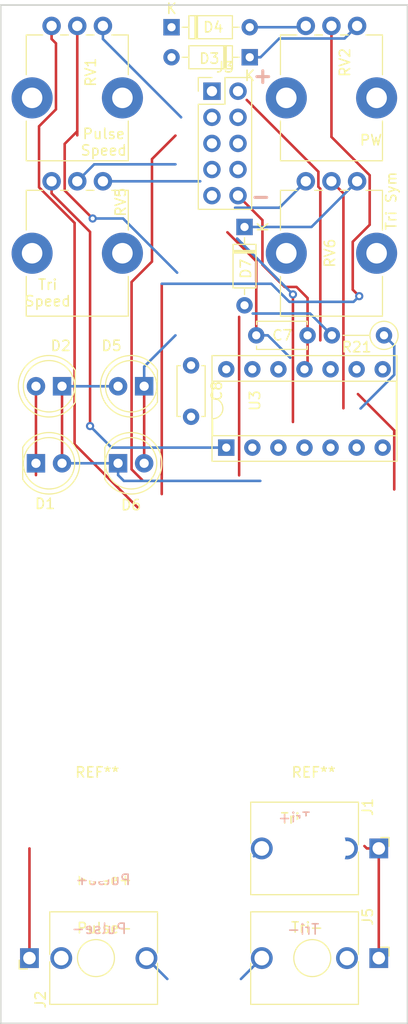
<source format=kicad_pcb>
(kicad_pcb (version 20171130) (host pcbnew "(5.1.0)-1")

  (general
    (thickness 1.6)
    (drawings 22)
    (tracks 115)
    (zones 0)
    (modules 21)
    (nets 26)
  )

  (page A4)
  (layers
    (0 F.Cu signal)
    (31 B.Cu signal)
    (32 B.Adhes user)
    (33 F.Adhes user)
    (34 B.Paste user)
    (35 F.Paste user)
    (36 B.SilkS user)
    (37 F.SilkS user)
    (38 B.Mask user)
    (39 F.Mask user)
    (40 Dwgs.User user)
    (41 Cmts.User user)
    (42 Eco1.User user)
    (43 Eco2.User user)
    (44 Edge.Cuts user)
    (45 Margin user)
    (46 B.CrtYd user)
    (47 F.CrtYd user)
    (48 B.Fab user)
    (49 F.Fab user hide)
  )

  (setup
    (last_trace_width 0.25)
    (trace_clearance 0.2)
    (zone_clearance 0.508)
    (zone_45_only no)
    (trace_min 0.2)
    (via_size 0.8)
    (via_drill 0.4)
    (via_min_size 0.4)
    (via_min_drill 0.3)
    (uvia_size 0.3)
    (uvia_drill 0.1)
    (uvias_allowed no)
    (uvia_min_size 0.2)
    (uvia_min_drill 0.1)
    (edge_width 0.15)
    (segment_width 0.2)
    (pcb_text_width 0.3)
    (pcb_text_size 1.5 1.5)
    (mod_edge_width 0.15)
    (mod_text_size 1 1)
    (mod_text_width 0.15)
    (pad_size 2.8 2.8)
    (pad_drill 0)
    (pad_to_mask_clearance 0.051)
    (solder_mask_min_width 0.25)
    (aux_axis_origin 0 0)
    (visible_elements 7FFFFFFF)
    (pcbplotparams
      (layerselection 0x010fc_ffffffff)
      (usegerberextensions false)
      (usegerberattributes false)
      (usegerberadvancedattributes false)
      (creategerberjobfile false)
      (excludeedgelayer true)
      (linewidth 0.100000)
      (plotframeref false)
      (viasonmask false)
      (mode 1)
      (useauxorigin false)
      (hpglpennumber 1)
      (hpglpenspeed 20)
      (hpglpendiameter 15.000000)
      (psnegative false)
      (psa4output false)
      (plotreference true)
      (plotvalue true)
      (plotinvisibletext false)
      (padsonsilk false)
      (subtractmaskfromsilk false)
      (outputformat 1)
      (mirror false)
      (drillshape 0)
      (scaleselection 1)
      (outputdirectory "dual_lfo/"))
  )

  (net 0 "")
  (net 1 "Net-(C1-Pad2)")
  (net 2 +9V)
  (net 3 GND)
  (net 4 -9V)
  (net 5 "Net-(D1-Pad2)")
  (net 6 "Net-(D3-Pad2)")
  (net 7 "Net-(D3-Pad1)")
  (net 8 "Net-(D4-Pad2)")
  (net 9 "Net-(R2-Pad1)")
  (net 10 "Net-(R6-Pad2)")
  (net 11 TriRaw)
  (net 12 PulseDC_Out+)
  (net 13 TriDC_Out+)
  (net 14 PulseRaw)
  (net 15 PulseDC_Out-)
  (net 16 "Net-(C8-Pad2)")
  (net 17 "Net-(D5-Pad2)")
  (net 18 "Net-(D7-Pad2)")
  (net 19 "Net-(D7-Pad1)")
  (net 20 "Net-(D8-Pad2)")
  (net 21 "Net-(R19-Pad2)")
  (net 22 "Net-(R19-Pad1)")
  (net 23 "Net-(R20-Pad1)")
  (net 24 "Net-(R22-Pad1)")
  (net 25 "Net-(RV5-Pad1)")

  (net_class Default "This is the default net class."
    (clearance 0.2)
    (trace_width 0.25)
    (via_dia 0.8)
    (via_drill 0.4)
    (uvia_dia 0.3)
    (uvia_drill 0.1)
    (add_net +9V)
    (add_net -9V)
    (add_net GND)
    (add_net "Net-(C1-Pad2)")
    (add_net "Net-(C8-Pad2)")
    (add_net "Net-(D1-Pad2)")
    (add_net "Net-(D3-Pad1)")
    (add_net "Net-(D3-Pad2)")
    (add_net "Net-(D4-Pad2)")
    (add_net "Net-(D5-Pad2)")
    (add_net "Net-(D7-Pad1)")
    (add_net "Net-(D7-Pad2)")
    (add_net "Net-(D8-Pad2)")
    (add_net "Net-(R19-Pad1)")
    (add_net "Net-(R19-Pad2)")
    (add_net "Net-(R2-Pad1)")
    (add_net "Net-(R20-Pad1)")
    (add_net "Net-(R22-Pad1)")
    (add_net "Net-(R6-Pad2)")
    (add_net "Net-(RV5-Pad1)")
    (add_net PulseDC_Out+)
    (add_net PulseDC_Out-)
    (add_net PulseRaw)
    (add_net TriDC_Out+)
    (add_net TriRaw)
  )

  (module MountingHole:MountingHole_6.4mm_M6 (layer F.Cu) (tedit 56D1B4CB) (tstamp 5CC00CAA)
    (at 233.68 120.142)
    (descr "Mounting Hole 6.4mm, no annular, M6")
    (tags "mounting hole 6.4mm no annular m6")
    (attr virtual)
    (fp_text reference REF** (at 0 -7.4) (layer F.SilkS)
      (effects (font (size 1 1) (thickness 0.15)))
    )
    (fp_text value MountingHole_6.4mm_M6 (at 0 7.4) (layer F.Fab)
      (effects (font (size 1 1) (thickness 0.15)))
    )
    (fp_text user %R (at 0.3 0) (layer F.Fab)
      (effects (font (size 1 1) (thickness 0.15)))
    )
    (fp_circle (center 0 0) (end 6.4 0) (layer Cmts.User) (width 0.15))
    (fp_circle (center 0 0) (end 6.65 0) (layer F.CrtYd) (width 0.05))
    (pad 1 np_thru_hole circle (at 0 0) (size 6.4 6.4) (drill 6.4) (layers *.Cu *.Mask))
  )

  (module MountingHole:MountingHole_6.4mm_M6 (layer F.Cu) (tedit 56D1B4CB) (tstamp 5CC00C03)
    (at 212.598 120.142)
    (descr "Mounting Hole 6.4mm, no annular, M6")
    (tags "mounting hole 6.4mm no annular m6")
    (attr virtual)
    (fp_text reference REF** (at 0 -7.4) (layer F.SilkS)
      (effects (font (size 1 1) (thickness 0.15)))
    )
    (fp_text value MountingHole_6.4mm_M6 (at 0 7.4) (layer F.Fab)
      (effects (font (size 1 1) (thickness 0.15)))
    )
    (fp_circle (center 0 0) (end 6.65 0) (layer F.CrtYd) (width 0.05))
    (fp_circle (center 0 0) (end 6.4 0) (layer Cmts.User) (width 0.15))
    (fp_text user %R (at 0.3 0) (layer F.Fab)
      (effects (font (size 1 1) (thickness 0.15)))
    )
    (pad 1 np_thru_hole circle (at 0 0) (size 6.4 6.4) (drill 6.4) (layers *.Cu *.Mask))
  )

  (module Package_DIP:DIP-14_W7.62mm_Socket (layer F.Cu) (tedit 5A02E8C5) (tstamp 5CB0C801)
    (at 225.171 81.153 90)
    (descr "14-lead though-hole mounted DIP package, row spacing 7.62 mm (300 mils), Socket")
    (tags "THT DIP DIL PDIP 2.54mm 7.62mm 300mil Socket")
    (path /5CD183DE)
    (fp_text reference U3 (at 4.572 2.794 90) (layer F.SilkS)
      (effects (font (size 1 1) (thickness 0.15)))
    )
    (fp_text value LM324 (at 3.81 17.57 90) (layer F.Fab)
      (effects (font (size 1 1) (thickness 0.15)))
    )
    (fp_text user %R (at 3.81 7.62 90) (layer F.Fab)
      (effects (font (size 1 1) (thickness 0.15)))
    )
    (fp_line (start 9.15 -1.6) (end -1.55 -1.6) (layer F.CrtYd) (width 0.05))
    (fp_line (start 9.15 16.85) (end 9.15 -1.6) (layer F.CrtYd) (width 0.05))
    (fp_line (start -1.55 16.85) (end 9.15 16.85) (layer F.CrtYd) (width 0.05))
    (fp_line (start -1.55 -1.6) (end -1.55 16.85) (layer F.CrtYd) (width 0.05))
    (fp_line (start 8.95 -1.39) (end -1.33 -1.39) (layer F.SilkS) (width 0.12))
    (fp_line (start 8.95 16.63) (end 8.95 -1.39) (layer F.SilkS) (width 0.12))
    (fp_line (start -1.33 16.63) (end 8.95 16.63) (layer F.SilkS) (width 0.12))
    (fp_line (start -1.33 -1.39) (end -1.33 16.63) (layer F.SilkS) (width 0.12))
    (fp_line (start 6.46 -1.33) (end 4.81 -1.33) (layer F.SilkS) (width 0.12))
    (fp_line (start 6.46 16.57) (end 6.46 -1.33) (layer F.SilkS) (width 0.12))
    (fp_line (start 1.16 16.57) (end 6.46 16.57) (layer F.SilkS) (width 0.12))
    (fp_line (start 1.16 -1.33) (end 1.16 16.57) (layer F.SilkS) (width 0.12))
    (fp_line (start 2.81 -1.33) (end 1.16 -1.33) (layer F.SilkS) (width 0.12))
    (fp_line (start 8.89 -1.33) (end -1.27 -1.33) (layer F.Fab) (width 0.1))
    (fp_line (start 8.89 16.57) (end 8.89 -1.33) (layer F.Fab) (width 0.1))
    (fp_line (start -1.27 16.57) (end 8.89 16.57) (layer F.Fab) (width 0.1))
    (fp_line (start -1.27 -1.33) (end -1.27 16.57) (layer F.Fab) (width 0.1))
    (fp_line (start 0.635 -0.27) (end 1.635 -1.27) (layer F.Fab) (width 0.1))
    (fp_line (start 0.635 16.51) (end 0.635 -0.27) (layer F.Fab) (width 0.1))
    (fp_line (start 6.985 16.51) (end 0.635 16.51) (layer F.Fab) (width 0.1))
    (fp_line (start 6.985 -1.27) (end 6.985 16.51) (layer F.Fab) (width 0.1))
    (fp_line (start 1.635 -1.27) (end 6.985 -1.27) (layer F.Fab) (width 0.1))
    (fp_arc (start 3.81 -1.33) (end 2.81 -1.33) (angle -180) (layer F.SilkS) (width 0.12))
    (pad 14 thru_hole oval (at 7.62 0 90) (size 1.6 1.6) (drill 0.8) (layers *.Cu *.Mask)
      (net 24 "Net-(R22-Pad1)"))
    (pad 7 thru_hole oval (at 0 15.24 90) (size 1.6 1.6) (drill 0.8) (layers *.Cu *.Mask)
      (net 23 "Net-(R20-Pad1)"))
    (pad 13 thru_hole oval (at 7.62 2.54 90) (size 1.6 1.6) (drill 0.8) (layers *.Cu *.Mask)
      (net 11 TriRaw))
    (pad 6 thru_hole oval (at 0 12.7 90) (size 1.6 1.6) (drill 0.8) (layers *.Cu *.Mask)
      (net 22 "Net-(R19-Pad1)"))
    (pad 12 thru_hole oval (at 7.62 5.08 90) (size 1.6 1.6) (drill 0.8) (layers *.Cu *.Mask)
      (net 17 "Net-(D5-Pad2)"))
    (pad 5 thru_hole oval (at 0 10.16 90) (size 1.6 1.6) (drill 0.8) (layers *.Cu *.Mask)
      (net 3 GND))
    (pad 11 thru_hole oval (at 7.62 7.62 90) (size 1.6 1.6) (drill 0.8) (layers *.Cu *.Mask)
      (net 4 -9V))
    (pad 4 thru_hole oval (at 0 7.62 90) (size 1.6 1.6) (drill 0.8) (layers *.Cu *.Mask)
      (net 2 +9V))
    (pad 10 thru_hole oval (at 7.62 10.16 90) (size 1.6 1.6) (drill 0.8) (layers *.Cu *.Mask)
      (net 3 GND))
    (pad 3 thru_hole oval (at 0 5.08 90) (size 1.6 1.6) (drill 0.8) (layers *.Cu *.Mask)
      (net 17 "Net-(D5-Pad2)"))
    (pad 9 thru_hole oval (at 7.62 12.7 90) (size 1.6 1.6) (drill 0.8) (layers *.Cu *.Mask)
      (net 16 "Net-(C8-Pad2)"))
    (pad 2 thru_hole oval (at 0 2.54 90) (size 1.6 1.6) (drill 0.8) (layers *.Cu *.Mask)
      (net 25 "Net-(RV5-Pad1)"))
    (pad 8 thru_hole oval (at 7.62 15.24 90) (size 1.6 1.6) (drill 0.8) (layers *.Cu *.Mask)
      (net 11 TriRaw))
    (pad 1 thru_hole rect (at 0 0 90) (size 1.6 1.6) (drill 0.8) (layers *.Cu *.Mask)
      (net 25 "Net-(RV5-Pad1)"))
    (model ${KISYS3DMOD}/Package_DIP.3dshapes/DIP-14_W7.62mm_Socket.wrl
      (at (xyz 0 0 0))
      (scale (xyz 1 1 1))
      (rotate (xyz 0 0 0))
    )
  )

  (module Potentiometer_THT:Potentiometer_Bourns_PTV09A-1_Single_Vertical (layer F.Cu) (tedit 5A3D4993) (tstamp 5CB0C733)
    (at 232.918 55.245 270)
    (descr "Potentiometer, vertical, Bourns PTV09A-1 Single, http://www.bourns.com/docs/Product-Datasheets/ptv09.pdf")
    (tags "Potentiometer vertical Bourns PTV09A-1 Single")
    (path /5CD1844F)
    (fp_text reference RV6 (at 6.985 -2.3495 270) (layer F.SilkS)
      (effects (font (size 1 1) (thickness 0.15)))
    )
    (fp_text value 100K (at 6.05 5.15 270) (layer F.Fab)
      (effects (font (size 1 1) (thickness 0.15)))
    )
    (fp_text user %R (at 2 -2.5) (layer F.Fab)
      (effects (font (size 1 1) (thickness 0.15)))
    )
    (fp_line (start 13.25 -9.15) (end -1.15 -9.15) (layer F.CrtYd) (width 0.05))
    (fp_line (start 13.25 4.15) (end 13.25 -9.15) (layer F.CrtYd) (width 0.05))
    (fp_line (start -1.15 4.15) (end 13.25 4.15) (layer F.CrtYd) (width 0.05))
    (fp_line (start -1.15 -9.15) (end -1.15 4.15) (layer F.CrtYd) (width 0.05))
    (fp_line (start 13.12 -7.47) (end 13.12 2.47) (layer F.SilkS) (width 0.12))
    (fp_line (start 0.88 0.87) (end 0.88 2.47) (layer F.SilkS) (width 0.12))
    (fp_line (start 0.88 -1.629) (end 0.88 -0.87) (layer F.SilkS) (width 0.12))
    (fp_line (start 0.88 -4.129) (end 0.88 -3.37) (layer F.SilkS) (width 0.12))
    (fp_line (start 0.88 -7.47) (end 0.88 -5.871) (layer F.SilkS) (width 0.12))
    (fp_line (start 9.255 2.47) (end 13.12 2.47) (layer F.SilkS) (width 0.12))
    (fp_line (start 0.88 2.47) (end 4.745 2.47) (layer F.SilkS) (width 0.12))
    (fp_line (start 9.255 -7.47) (end 13.12 -7.47) (layer F.SilkS) (width 0.12))
    (fp_line (start 0.88 -7.47) (end 4.745 -7.47) (layer F.SilkS) (width 0.12))
    (fp_line (start 13 -7.35) (end 1 -7.35) (layer F.Fab) (width 0.1))
    (fp_line (start 13 2.35) (end 13 -7.35) (layer F.Fab) (width 0.1))
    (fp_line (start 1 2.35) (end 13 2.35) (layer F.Fab) (width 0.1))
    (fp_line (start 1 -7.35) (end 1 2.35) (layer F.Fab) (width 0.1))
    (fp_circle (center 7.5 -2.5) (end 10.5 -2.5) (layer F.Fab) (width 0.1))
    (pad "" np_thru_hole circle (at 7 1.9 270) (size 4 4) (drill 2) (layers *.Cu *.Mask))
    (pad "" np_thru_hole circle (at 7 -6.9 270) (size 4 4) (drill 2) (layers *.Cu *.Mask))
    (pad 1 thru_hole circle (at 0 0 270) (size 1.8 1.8) (drill 1) (layers *.Cu *.Mask)
      (net 20 "Net-(D8-Pad2)"))
    (pad 2 thru_hole circle (at 0 -2.5 270) (size 1.8 1.8) (drill 1) (layers *.Cu *.Mask)
      (net 23 "Net-(R20-Pad1)"))
    (pad 3 thru_hole circle (at 0 -5 270) (size 1.8 1.8) (drill 1) (layers *.Cu *.Mask)
      (net 19 "Net-(D7-Pad1)"))
    (model ${KISYS3DMOD}/Potentiometer_THT.3dshapes/Potentiometer_Bourns_PTV09A-1_Single_Vertical.wrl
      (at (xyz 0 0 0))
      (scale (xyz 1 1 1))
      (rotate (xyz 0 0 0))
    )
  )

  (module Potentiometer_THT:Potentiometer_Bourns_PTV09A-1_Single_Vertical (layer F.Cu) (tedit 5A3D4993) (tstamp 5CB0C717)
    (at 208.153 55.245 270)
    (descr "Potentiometer, vertical, Bourns PTV09A-1 Single, http://www.bourns.com/docs/Product-Datasheets/ptv09.pdf")
    (tags "Potentiometer vertical Bourns PTV09A-1 Single")
    (path /5CD1841B)
    (fp_text reference RV5 (at 2.032 -6.731 270) (layer F.SilkS)
      (effects (font (size 1 1) (thickness 0.15)))
    )
    (fp_text value 100K (at 6.05 5.15 270) (layer F.Fab)
      (effects (font (size 1 1) (thickness 0.15)))
    )
    (fp_text user %R (at 2 -2.5) (layer F.Fab)
      (effects (font (size 1 1) (thickness 0.15)))
    )
    (fp_line (start 13.25 -9.15) (end -1.15 -9.15) (layer F.CrtYd) (width 0.05))
    (fp_line (start 13.25 4.15) (end 13.25 -9.15) (layer F.CrtYd) (width 0.05))
    (fp_line (start -1.15 4.15) (end 13.25 4.15) (layer F.CrtYd) (width 0.05))
    (fp_line (start -1.15 -9.15) (end -1.15 4.15) (layer F.CrtYd) (width 0.05))
    (fp_line (start 13.12 -7.47) (end 13.12 2.47) (layer F.SilkS) (width 0.12))
    (fp_line (start 0.88 0.87) (end 0.88 2.47) (layer F.SilkS) (width 0.12))
    (fp_line (start 0.88 -1.629) (end 0.88 -0.87) (layer F.SilkS) (width 0.12))
    (fp_line (start 0.88 -4.129) (end 0.88 -3.37) (layer F.SilkS) (width 0.12))
    (fp_line (start 0.88 -7.47) (end 0.88 -5.871) (layer F.SilkS) (width 0.12))
    (fp_line (start 9.255 2.47) (end 13.12 2.47) (layer F.SilkS) (width 0.12))
    (fp_line (start 0.88 2.47) (end 4.745 2.47) (layer F.SilkS) (width 0.12))
    (fp_line (start 9.255 -7.47) (end 13.12 -7.47) (layer F.SilkS) (width 0.12))
    (fp_line (start 0.88 -7.47) (end 4.745 -7.47) (layer F.SilkS) (width 0.12))
    (fp_line (start 13 -7.35) (end 1 -7.35) (layer F.Fab) (width 0.1))
    (fp_line (start 13 2.35) (end 13 -7.35) (layer F.Fab) (width 0.1))
    (fp_line (start 1 2.35) (end 13 2.35) (layer F.Fab) (width 0.1))
    (fp_line (start 1 -7.35) (end 1 2.35) (layer F.Fab) (width 0.1))
    (fp_circle (center 7.5 -2.5) (end 10.5 -2.5) (layer F.Fab) (width 0.1))
    (pad "" np_thru_hole circle (at 7 1.9 270) (size 4 4) (drill 2) (layers *.Cu *.Mask))
    (pad "" np_thru_hole circle (at 7 -6.9 270) (size 4 4) (drill 2) (layers *.Cu *.Mask))
    (pad 1 thru_hole circle (at 0 0 270) (size 1.8 1.8) (drill 1) (layers *.Cu *.Mask)
      (net 25 "Net-(RV5-Pad1)"))
    (pad 2 thru_hole circle (at 0 -2.5 270) (size 1.8 1.8) (drill 1) (layers *.Cu *.Mask)
      (net 21 "Net-(R19-Pad2)"))
    (pad 3 thru_hole circle (at 0 -5 270) (size 1.8 1.8) (drill 1) (layers *.Cu *.Mask)
      (net 3 GND))
    (model ${KISYS3DMOD}/Potentiometer_THT.3dshapes/Potentiometer_Bourns_PTV09A-1_Single_Vertical.wrl
      (at (xyz 0 0 0))
      (scale (xyz 1 1 1))
      (rotate (xyz 0 0 0))
    )
  )

  (module Resistor_THT:R_Axial_DIN0207_L6.3mm_D2.5mm_P5.08mm_Vertical (layer F.Cu) (tedit 5AE5139B) (tstamp 5CB0C60C)
    (at 240.538 70.231 180)
    (descr "Resistor, Axial_DIN0207 series, Axial, Vertical, pin pitch=5.08mm, 0.25W = 1/4W, length*diameter=6.3*2.5mm^2, http://cdn-reichelt.de/documents/datenblatt/B400/1_4W%23YAG.pdf")
    (tags "Resistor Axial_DIN0207 series Axial Vertical pin pitch 5.08mm 0.25W = 1/4W length 6.3mm diameter 2.5mm")
    (path /5CD18474)
    (fp_text reference R21 (at 2.667 -1.143 180) (layer F.SilkS)
      (effects (font (size 1 1) (thickness 0.15)))
    )
    (fp_text value 1K (at 2.54 2.37 180) (layer F.Fab)
      (effects (font (size 1 1) (thickness 0.15)))
    )
    (fp_text user %R (at 2.54 -2.37 180) (layer F.Fab)
      (effects (font (size 1 1) (thickness 0.15)))
    )
    (fp_line (start 6.13 -1.5) (end -1.5 -1.5) (layer F.CrtYd) (width 0.05))
    (fp_line (start 6.13 1.5) (end 6.13 -1.5) (layer F.CrtYd) (width 0.05))
    (fp_line (start -1.5 1.5) (end 6.13 1.5) (layer F.CrtYd) (width 0.05))
    (fp_line (start -1.5 -1.5) (end -1.5 1.5) (layer F.CrtYd) (width 0.05))
    (fp_line (start 1.37 0) (end 3.98 0) (layer F.SilkS) (width 0.12))
    (fp_line (start 0 0) (end 5.08 0) (layer F.Fab) (width 0.1))
    (fp_circle (center 0 0) (end 1.37 0) (layer F.SilkS) (width 0.12))
    (fp_circle (center 0 0) (end 1.25 0) (layer F.Fab) (width 0.1))
    (pad 2 thru_hole oval (at 5.08 0 180) (size 1.6 1.6) (drill 0.8) (layers *.Cu *.Mask)
      (net 18 "Net-(D7-Pad2)"))
    (pad 1 thru_hole circle (at 0 0 180) (size 1.6 1.6) (drill 0.8) (layers *.Cu *.Mask)
      (net 16 "Net-(C8-Pad2)"))
    (model ${KISYS3DMOD}/Resistor_THT.3dshapes/R_Axial_DIN0207_L6.3mm_D2.5mm_P5.08mm_Vertical.wrl
      (at (xyz 0 0 0))
      (scale (xyz 1 1 1))
      (rotate (xyz 0 0 0))
    )
  )

  (module Diode_THT:D_DO-35_SOD27_P7.62mm_Horizontal (layer F.Cu) (tedit 5AE50CD5) (tstamp 5CB0C282)
    (at 226.949 59.69 270)
    (descr "Diode, DO-35_SOD27 series, Axial, Horizontal, pin pitch=7.62mm, , length*diameter=4*2mm^2, , http://www.diodes.com/_files/packages/DO-35.pdf")
    (tags "Diode DO-35_SOD27 series Axial Horizontal pin pitch 7.62mm  length 4mm diameter 2mm")
    (path /5CD1845B)
    (fp_text reference D7 (at 4.064 -0.127 270) (layer F.SilkS)
      (effects (font (size 1 1) (thickness 0.15)))
    )
    (fp_text value 1N4148 (at 3.81 2.12 270) (layer F.Fab)
      (effects (font (size 1 1) (thickness 0.15)))
    )
    (fp_text user K (at 0 -1.8 270) (layer F.SilkS)
      (effects (font (size 1 1) (thickness 0.15)))
    )
    (fp_text user K (at 0 -1.8 270) (layer F.Fab)
      (effects (font (size 1 1) (thickness 0.15)))
    )
    (fp_text user %R (at 4.11 0 270) (layer F.Fab)
      (effects (font (size 0.8 0.8) (thickness 0.12)))
    )
    (fp_line (start 8.67 -1.25) (end -1.05 -1.25) (layer F.CrtYd) (width 0.05))
    (fp_line (start 8.67 1.25) (end 8.67 -1.25) (layer F.CrtYd) (width 0.05))
    (fp_line (start -1.05 1.25) (end 8.67 1.25) (layer F.CrtYd) (width 0.05))
    (fp_line (start -1.05 -1.25) (end -1.05 1.25) (layer F.CrtYd) (width 0.05))
    (fp_line (start 2.29 -1.12) (end 2.29 1.12) (layer F.SilkS) (width 0.12))
    (fp_line (start 2.53 -1.12) (end 2.53 1.12) (layer F.SilkS) (width 0.12))
    (fp_line (start 2.41 -1.12) (end 2.41 1.12) (layer F.SilkS) (width 0.12))
    (fp_line (start 6.58 0) (end 5.93 0) (layer F.SilkS) (width 0.12))
    (fp_line (start 1.04 0) (end 1.69 0) (layer F.SilkS) (width 0.12))
    (fp_line (start 5.93 -1.12) (end 1.69 -1.12) (layer F.SilkS) (width 0.12))
    (fp_line (start 5.93 1.12) (end 5.93 -1.12) (layer F.SilkS) (width 0.12))
    (fp_line (start 1.69 1.12) (end 5.93 1.12) (layer F.SilkS) (width 0.12))
    (fp_line (start 1.69 -1.12) (end 1.69 1.12) (layer F.SilkS) (width 0.12))
    (fp_line (start 2.31 -1) (end 2.31 1) (layer F.Fab) (width 0.1))
    (fp_line (start 2.51 -1) (end 2.51 1) (layer F.Fab) (width 0.1))
    (fp_line (start 2.41 -1) (end 2.41 1) (layer F.Fab) (width 0.1))
    (fp_line (start 7.62 0) (end 5.81 0) (layer F.Fab) (width 0.1))
    (fp_line (start 0 0) (end 1.81 0) (layer F.Fab) (width 0.1))
    (fp_line (start 5.81 -1) (end 1.81 -1) (layer F.Fab) (width 0.1))
    (fp_line (start 5.81 1) (end 5.81 -1) (layer F.Fab) (width 0.1))
    (fp_line (start 1.81 1) (end 5.81 1) (layer F.Fab) (width 0.1))
    (fp_line (start 1.81 -1) (end 1.81 1) (layer F.Fab) (width 0.1))
    (pad 2 thru_hole oval (at 7.62 0 270) (size 1.6 1.6) (drill 0.8) (layers *.Cu *.Mask)
      (net 18 "Net-(D7-Pad2)"))
    (pad 1 thru_hole rect (at 0 0 270) (size 1.6 1.6) (drill 0.8) (layers *.Cu *.Mask)
      (net 19 "Net-(D7-Pad1)"))
    (model ${KISYS3DMOD}/Diode_THT.3dshapes/D_DO-35_SOD27_P7.62mm_Horizontal.wrl
      (at (xyz 0 0 0))
      (scale (xyz 1 1 1))
      (rotate (xyz 0 0 0))
    )
  )

  (module LED_THT:LED_D5.0mm (layer F.Cu) (tedit 5995936A) (tstamp 5CB0C263)
    (at 217.17 75.184 180)
    (descr "LED, diameter 5.0mm, 2 pins, http://cdn-reichelt.de/documents/datenblatt/A500/LL-504BC2E-009.pdf")
    (tags "LED diameter 5.0mm 2 pins")
    (path /5CD1843B)
    (fp_text reference D6 (at 1.27 -11.557 180) (layer F.SilkS)
      (effects (font (size 1 1) (thickness 0.15)))
    )
    (fp_text value BlueLED (at 1.27 3.96 180) (layer F.Fab)
      (effects (font (size 1 1) (thickness 0.15)))
    )
    (fp_text user %R (at 1.25 0 180) (layer F.Fab)
      (effects (font (size 0.8 0.8) (thickness 0.2)))
    )
    (fp_line (start 4.5 -3.25) (end -1.95 -3.25) (layer F.CrtYd) (width 0.05))
    (fp_line (start 4.5 3.25) (end 4.5 -3.25) (layer F.CrtYd) (width 0.05))
    (fp_line (start -1.95 3.25) (end 4.5 3.25) (layer F.CrtYd) (width 0.05))
    (fp_line (start -1.95 -3.25) (end -1.95 3.25) (layer F.CrtYd) (width 0.05))
    (fp_line (start -1.29 -1.545) (end -1.29 1.545) (layer F.SilkS) (width 0.12))
    (fp_line (start -1.23 -1.469694) (end -1.23 1.469694) (layer F.Fab) (width 0.1))
    (fp_circle (center 1.27 0) (end 3.77 0) (layer F.SilkS) (width 0.12))
    (fp_circle (center 1.27 0) (end 3.77 0) (layer F.Fab) (width 0.1))
    (fp_arc (start 1.27 0) (end -1.29 1.54483) (angle -148.9) (layer F.SilkS) (width 0.12))
    (fp_arc (start 1.27 0) (end -1.29 -1.54483) (angle 148.9) (layer F.SilkS) (width 0.12))
    (fp_arc (start 1.27 0) (end -1.23 -1.469694) (angle 299.1) (layer F.Fab) (width 0.1))
    (pad 2 thru_hole circle (at 2.54 0 180) (size 1.8 1.8) (drill 0.9) (layers *.Cu *.Mask)
      (net 3 GND))
    (pad 1 thru_hole rect (at 0 0 180) (size 1.8 1.8) (drill 0.9) (layers *.Cu *.Mask)
      (net 17 "Net-(D5-Pad2)"))
    (model ${KISYS3DMOD}/LED_THT.3dshapes/LED_D5.0mm.wrl
      (at (xyz 0 0 0))
      (scale (xyz 1 1 1))
      (rotate (xyz 0 0 0))
    )
  )

  (module LED_THT:LED_D5.0mm (layer F.Cu) (tedit 5995936A) (tstamp 5CB0C251)
    (at 214.63 82.677)
    (descr "LED, diameter 5.0mm, 2 pins, http://cdn-reichelt.de/documents/datenblatt/A500/LL-504BC2E-009.pdf")
    (tags "LED diameter 5.0mm 2 pins")
    (path /5CD18425)
    (fp_text reference D5 (at -0.635 -11.43) (layer F.SilkS)
      (effects (font (size 1 1) (thickness 0.15)))
    )
    (fp_text value BlueLED (at 1.27 3.96) (layer F.Fab)
      (effects (font (size 1 1) (thickness 0.15)))
    )
    (fp_text user %R (at 1.25 0) (layer F.Fab)
      (effects (font (size 0.8 0.8) (thickness 0.2)))
    )
    (fp_line (start 4.5 -3.25) (end -1.95 -3.25) (layer F.CrtYd) (width 0.05))
    (fp_line (start 4.5 3.25) (end 4.5 -3.25) (layer F.CrtYd) (width 0.05))
    (fp_line (start -1.95 3.25) (end 4.5 3.25) (layer F.CrtYd) (width 0.05))
    (fp_line (start -1.95 -3.25) (end -1.95 3.25) (layer F.CrtYd) (width 0.05))
    (fp_line (start -1.29 -1.545) (end -1.29 1.545) (layer F.SilkS) (width 0.12))
    (fp_line (start -1.23 -1.469694) (end -1.23 1.469694) (layer F.Fab) (width 0.1))
    (fp_circle (center 1.27 0) (end 3.77 0) (layer F.SilkS) (width 0.12))
    (fp_circle (center 1.27 0) (end 3.77 0) (layer F.Fab) (width 0.1))
    (fp_arc (start 1.27 0) (end -1.29 1.54483) (angle -148.9) (layer F.SilkS) (width 0.12))
    (fp_arc (start 1.27 0) (end -1.29 -1.54483) (angle 148.9) (layer F.SilkS) (width 0.12))
    (fp_arc (start 1.27 0) (end -1.23 -1.469694) (angle 299.1) (layer F.Fab) (width 0.1))
    (pad 2 thru_hole circle (at 2.54 0) (size 1.8 1.8) (drill 0.9) (layers *.Cu *.Mask)
      (net 17 "Net-(D5-Pad2)"))
    (pad 1 thru_hole rect (at 0 0) (size 1.8 1.8) (drill 0.9) (layers *.Cu *.Mask)
      (net 3 GND))
    (model ${KISYS3DMOD}/LED_THT.3dshapes/LED_D5.0mm.wrl
      (at (xyz 0 0 0))
      (scale (xyz 1 1 1))
      (rotate (xyz 0 0 0))
    )
  )

  (module Capacitor_THT:C_Disc_D4.7mm_W2.5mm_P5.00mm (layer F.Cu) (tedit 5AE50EF0) (tstamp 5CB0C183)
    (at 221.742 73.152 270)
    (descr "C, Disc series, Radial, pin pitch=5.00mm, , diameter*width=4.7*2.5mm^2, Capacitor, http://www.vishay.com/docs/45233/krseries.pdf")
    (tags "C Disc series Radial pin pitch 5.00mm  diameter 4.7mm width 2.5mm Capacitor")
    (path /5CD18410)
    (fp_text reference C8 (at 2.5 -2.5 270) (layer F.SilkS)
      (effects (font (size 1 1) (thickness 0.15)))
    )
    (fp_text value 1uF (at 2.5 2.5 270) (layer F.Fab)
      (effects (font (size 1 1) (thickness 0.15)))
    )
    (fp_text user %R (at 2.5 0 270) (layer F.Fab)
      (effects (font (size 0.94 0.94) (thickness 0.141)))
    )
    (fp_line (start 6.05 -1.5) (end -1.05 -1.5) (layer F.CrtYd) (width 0.05))
    (fp_line (start 6.05 1.5) (end 6.05 -1.5) (layer F.CrtYd) (width 0.05))
    (fp_line (start -1.05 1.5) (end 6.05 1.5) (layer F.CrtYd) (width 0.05))
    (fp_line (start -1.05 -1.5) (end -1.05 1.5) (layer F.CrtYd) (width 0.05))
    (fp_line (start 4.97 1.055) (end 4.97 1.37) (layer F.SilkS) (width 0.12))
    (fp_line (start 4.97 -1.37) (end 4.97 -1.055) (layer F.SilkS) (width 0.12))
    (fp_line (start 0.03 1.055) (end 0.03 1.37) (layer F.SilkS) (width 0.12))
    (fp_line (start 0.03 -1.37) (end 0.03 -1.055) (layer F.SilkS) (width 0.12))
    (fp_line (start 0.03 1.37) (end 4.97 1.37) (layer F.SilkS) (width 0.12))
    (fp_line (start 0.03 -1.37) (end 4.97 -1.37) (layer F.SilkS) (width 0.12))
    (fp_line (start 4.85 -1.25) (end 0.15 -1.25) (layer F.Fab) (width 0.1))
    (fp_line (start 4.85 1.25) (end 4.85 -1.25) (layer F.Fab) (width 0.1))
    (fp_line (start 0.15 1.25) (end 4.85 1.25) (layer F.Fab) (width 0.1))
    (fp_line (start 0.15 -1.25) (end 0.15 1.25) (layer F.Fab) (width 0.1))
    (pad 2 thru_hole circle (at 5 0 270) (size 1.6 1.6) (drill 0.8) (layers *.Cu *.Mask)
      (net 16 "Net-(C8-Pad2)"))
    (pad 1 thru_hole circle (at 0 0 270) (size 1.6 1.6) (drill 0.8) (layers *.Cu *.Mask)
      (net 11 TriRaw))
    (model ${KISYS3DMOD}/Capacitor_THT.3dshapes/C_Disc_D4.7mm_W2.5mm_P5.00mm.wrl
      (at (xyz 0 0 0))
      (scale (xyz 1 1 1))
      (rotate (xyz 0 0 0))
    )
  )

  (module Capacitor_THT:C_Disc_D4.7mm_W2.5mm_P5.00mm (layer F.Cu) (tedit 5AE50EF0) (tstamp 5CB0C16E)
    (at 228.092 70.231)
    (descr "C, Disc series, Radial, pin pitch=5.00mm, , diameter*width=4.7*2.5mm^2, Capacitor, http://www.vishay.com/docs/45233/krseries.pdf")
    (tags "C Disc series Radial pin pitch 5.00mm  diameter 4.7mm width 2.5mm Capacitor")
    (path /5CD2A23F)
    (fp_text reference C7 (at 2.54 0 180) (layer F.SilkS)
      (effects (font (size 1 1) (thickness 0.15)))
    )
    (fp_text value 100nF (at 2.5 2.5) (layer F.Fab)
      (effects (font (size 1 1) (thickness 0.15)))
    )
    (fp_text user %R (at 2.5 0) (layer F.Fab)
      (effects (font (size 0.94 0.94) (thickness 0.141)))
    )
    (fp_line (start 6.05 -1.5) (end -1.05 -1.5) (layer F.CrtYd) (width 0.05))
    (fp_line (start 6.05 1.5) (end 6.05 -1.5) (layer F.CrtYd) (width 0.05))
    (fp_line (start -1.05 1.5) (end 6.05 1.5) (layer F.CrtYd) (width 0.05))
    (fp_line (start -1.05 -1.5) (end -1.05 1.5) (layer F.CrtYd) (width 0.05))
    (fp_line (start 4.97 1.055) (end 4.97 1.37) (layer F.SilkS) (width 0.12))
    (fp_line (start 4.97 -1.37) (end 4.97 -1.055) (layer F.SilkS) (width 0.12))
    (fp_line (start 0.03 1.055) (end 0.03 1.37) (layer F.SilkS) (width 0.12))
    (fp_line (start 0.03 -1.37) (end 0.03 -1.055) (layer F.SilkS) (width 0.12))
    (fp_line (start 0.03 1.37) (end 4.97 1.37) (layer F.SilkS) (width 0.12))
    (fp_line (start 0.03 -1.37) (end 4.97 -1.37) (layer F.SilkS) (width 0.12))
    (fp_line (start 4.85 -1.25) (end 0.15 -1.25) (layer F.Fab) (width 0.1))
    (fp_line (start 4.85 1.25) (end 4.85 -1.25) (layer F.Fab) (width 0.1))
    (fp_line (start 0.15 1.25) (end 4.85 1.25) (layer F.Fab) (width 0.1))
    (fp_line (start 0.15 -1.25) (end 0.15 1.25) (layer F.Fab) (width 0.1))
    (pad 2 thru_hole circle (at 5 0) (size 1.6 1.6) (drill 0.8) (layers *.Cu *.Mask)
      (net 4 -9V))
    (pad 1 thru_hole circle (at 0 0) (size 1.6 1.6) (drill 0.8) (layers *.Cu *.Mask)
      (net 3 GND))
    (model ${KISYS3DMOD}/Capacitor_THT.3dshapes/C_Disc_D4.7mm_W2.5mm_P5.00mm.wrl
      (at (xyz 0 0 0))
      (scale (xyz 1 1 1))
      (rotate (xyz 0 0 0))
    )
  )

  (module Connector_Audio:Jack_3.5mm_QingPu_WQP-PJ398SM_Vertical_CircularHoles (layer F.Cu) (tedit 5C2B6BB2) (tstamp 5CB06906)
    (at 240.03 130.81 270)
    (descr "TRS 3.5mm, vertical, Thonkiconn, PCB mount, (http://www.qingpu-electronics.com/en/products/WQP-PJ398SM-362.html)")
    (tags "WQP-PJ398SM WQP-PJ301M-12 TRS 3.5mm mono vertical jack thonkiconn qingpu")
    (path /5C0EC157)
    (fp_text reference J5 (at -4.03 1.08 90) (layer F.SilkS)
      (effects (font (size 1 1) (thickness 0.15)))
    )
    (fp_text value Pulse- (at 0 5 90) (layer F.Fab)
      (effects (font (size 1 1) (thickness 0.15)))
    )
    (fp_line (start 0 0) (end 0 2.03) (layer F.Fab) (width 0.1))
    (fp_circle (center 0 6.48) (end 1.8 6.48) (layer F.Fab) (width 0.1))
    (fp_line (start 4.5 2.03) (end -4.5 2.03) (layer F.Fab) (width 0.1))
    (fp_line (start 5 -1.42) (end -5 -1.42) (layer F.CrtYd) (width 0.05))
    (fp_line (start 5 12.98) (end -5 12.98) (layer F.CrtYd) (width 0.05))
    (fp_line (start 5 12.98) (end 5 -1.42) (layer F.CrtYd) (width 0.05))
    (fp_line (start 4.5 12.48) (end -4.5 12.48) (layer F.Fab) (width 0.1))
    (fp_line (start 4.5 12.48) (end 4.5 2.08) (layer F.Fab) (width 0.1))
    (fp_line (start -1.06 -1) (end -0.2 -1) (layer F.SilkS) (width 0.12))
    (fp_line (start -1.06 -1) (end -1.06 -0.2) (layer F.SilkS) (width 0.12))
    (fp_circle (center 0 6.48) (end 1.8 6.48) (layer F.SilkS) (width 0.12))
    (fp_line (start -0.35 1.98) (end -4.5 1.98) (layer F.SilkS) (width 0.12))
    (fp_line (start 4.5 1.98) (end 0.35 1.98) (layer F.SilkS) (width 0.12))
    (fp_line (start -0.5 12.48) (end -4.5 12.48) (layer F.SilkS) (width 0.12))
    (fp_line (start 4.5 12.48) (end 0.5 12.48) (layer F.SilkS) (width 0.12))
    (fp_line (start -1.41 6.02) (end -0.46 5.07) (layer Dwgs.User) (width 0.12))
    (fp_line (start -1.42 6.875) (end 0.4 5.06) (layer Dwgs.User) (width 0.12))
    (fp_line (start -1.07 7.49) (end 1.01 5.41) (layer Dwgs.User) (width 0.12))
    (fp_line (start -0.58 7.83) (end 1.36 5.89) (layer Dwgs.User) (width 0.12))
    (fp_line (start 0.09 7.96) (end 1.48 6.57) (layer Dwgs.User) (width 0.12))
    (fp_circle (center 0 6.48) (end 1.5 6.48) (layer Dwgs.User) (width 0.12))
    (fp_line (start 4.5 1.98) (end 4.5 12.48) (layer F.SilkS) (width 0.12))
    (fp_line (start -4.5 1.98) (end -4.5 12.48) (layer F.SilkS) (width 0.12))
    (fp_text user %R (at 0 8 90) (layer F.Fab)
      (effects (font (size 1 1) (thickness 0.15)))
    )
    (fp_line (start -4.5 12.48) (end -4.5 2.08) (layer F.Fab) (width 0.1))
    (fp_line (start -5 12.98) (end -5 -1.42) (layer F.CrtYd) (width 0.05))
    (fp_text user KEEPOUT (at 0 6.48 270) (layer Cmts.User)
      (effects (font (size 0.4 0.4) (thickness 0.051)))
    )
    (pad T thru_hole circle (at 0 11.4 90) (size 2.13 2.13) (drill 1.43) (layers *.Cu *.Mask)
      (net 15 PulseDC_Out-))
    (pad S thru_hole rect (at 0 0 90) (size 1.93 1.83) (drill 1.22) (layers *.Cu *.Mask)
      (net 3 GND))
    (pad TN thru_hole circle (at 0 3.1 90) (size 2.13 2.13) (drill 1.42) (layers *.Cu *.Mask))
    (model ${KISYS3DMOD}/Connector_Audio.3dshapes/Jack_3.5mm_QingPu_WQP-PJ398SM_Vertical.wrl
      (at (xyz 0 0 0))
      (scale (xyz 1 1 1))
      (rotate (xyz 0 0 0))
    )
  )

  (module Potentiometer_THT:Potentiometer_Bourns_PTV09A-1_Single_Vertical (layer F.Cu) (tedit 5A3D4993) (tstamp 5CAFC7BB)
    (at 232.918 40.132 270)
    (descr "Potentiometer, vertical, Bourns PTV09A-1 Single, http://www.bourns.com/docs/Product-Datasheets/ptv09.pdf")
    (tags "Potentiometer vertical Bourns PTV09A-1 Single")
    (path /5C0D9428)
    (fp_text reference RV2 (at 3.556 -3.81 270) (layer F.SilkS)
      (effects (font (size 1 1) (thickness 0.15)))
    )
    (fp_text value 100K (at 6.05 5.15 270) (layer F.Fab)
      (effects (font (size 1 1) (thickness 0.15)))
    )
    (fp_text user %R (at 2 -2.5) (layer F.Fab)
      (effects (font (size 1 1) (thickness 0.15)))
    )
    (fp_line (start 13.25 -9.15) (end -1.15 -9.15) (layer F.CrtYd) (width 0.05))
    (fp_line (start 13.25 4.15) (end 13.25 -9.15) (layer F.CrtYd) (width 0.05))
    (fp_line (start -1.15 4.15) (end 13.25 4.15) (layer F.CrtYd) (width 0.05))
    (fp_line (start -1.15 -9.15) (end -1.15 4.15) (layer F.CrtYd) (width 0.05))
    (fp_line (start 13.12 -7.47) (end 13.12 2.47) (layer F.SilkS) (width 0.12))
    (fp_line (start 0.88 0.87) (end 0.88 2.47) (layer F.SilkS) (width 0.12))
    (fp_line (start 0.88 -1.629) (end 0.88 -0.87) (layer F.SilkS) (width 0.12))
    (fp_line (start 0.88 -4.129) (end 0.88 -3.37) (layer F.SilkS) (width 0.12))
    (fp_line (start 0.88 -7.47) (end 0.88 -5.871) (layer F.SilkS) (width 0.12))
    (fp_line (start 9.255 2.47) (end 13.12 2.47) (layer F.SilkS) (width 0.12))
    (fp_line (start 0.88 2.47) (end 4.745 2.47) (layer F.SilkS) (width 0.12))
    (fp_line (start 9.255 -7.47) (end 13.12 -7.47) (layer F.SilkS) (width 0.12))
    (fp_line (start 0.88 -7.47) (end 4.745 -7.47) (layer F.SilkS) (width 0.12))
    (fp_line (start 13 -7.35) (end 1 -7.35) (layer F.Fab) (width 0.1))
    (fp_line (start 13 2.35) (end 13 -7.35) (layer F.Fab) (width 0.1))
    (fp_line (start 1 2.35) (end 13 2.35) (layer F.Fab) (width 0.1))
    (fp_line (start 1 -7.35) (end 1 2.35) (layer F.Fab) (width 0.1))
    (fp_circle (center 7.5 -2.5) (end 10.5 -2.5) (layer F.Fab) (width 0.1))
    (pad "" np_thru_hole circle (at 7 1.9 270) (size 4 4) (drill 2) (layers *.Cu *.Mask))
    (pad "" np_thru_hole circle (at 7 -6.9 270) (size 4 4) (drill 2) (layers *.Cu *.Mask))
    (pad 1 thru_hole circle (at 0 0 270) (size 1.8 1.8) (drill 1) (layers *.Cu *.Mask)
      (net 8 "Net-(D4-Pad2)"))
    (pad 2 thru_hole circle (at 0 -2.5 270) (size 1.8 1.8) (drill 1) (layers *.Cu *.Mask)
      (net 9 "Net-(R2-Pad1)"))
    (pad 3 thru_hole circle (at 0 -5 270) (size 1.8 1.8) (drill 1) (layers *.Cu *.Mask)
      (net 7 "Net-(D3-Pad1)"))
    (model ${KISYS3DMOD}/Potentiometer_THT.3dshapes/Potentiometer_Bourns_PTV09A-1_Single_Vertical.wrl
      (at (xyz 0 0 0))
      (scale (xyz 1 1 1))
      (rotate (xyz 0 0 0))
    )
  )

  (module Potentiometer_THT:Potentiometer_Bourns_PTV09A-1_Single_Vertical (layer F.Cu) (tedit 5A3D4993) (tstamp 5CAFC79F)
    (at 208.153 40.132 270)
    (descr "Potentiometer, vertical, Bourns PTV09A-1 Single, http://www.bourns.com/docs/Product-Datasheets/ptv09.pdf")
    (tags "Potentiometer vertical Bourns PTV09A-1 Single")
    (path /5C0D8A61)
    (fp_text reference RV1 (at 4.5085 -3.81 270) (layer F.SilkS)
      (effects (font (size 1 1) (thickness 0.15)))
    )
    (fp_text value 100K (at 6.05 5.15 270) (layer F.Fab)
      (effects (font (size 1 1) (thickness 0.15)))
    )
    (fp_text user %R (at 2 -2.5) (layer F.Fab)
      (effects (font (size 1 1) (thickness 0.15)))
    )
    (fp_line (start 13.25 -9.15) (end -1.15 -9.15) (layer F.CrtYd) (width 0.05))
    (fp_line (start 13.25 4.15) (end 13.25 -9.15) (layer F.CrtYd) (width 0.05))
    (fp_line (start -1.15 4.15) (end 13.25 4.15) (layer F.CrtYd) (width 0.05))
    (fp_line (start -1.15 -9.15) (end -1.15 4.15) (layer F.CrtYd) (width 0.05))
    (fp_line (start 13.12 -7.47) (end 13.12 2.47) (layer F.SilkS) (width 0.12))
    (fp_line (start 0.88 0.87) (end 0.88 2.47) (layer F.SilkS) (width 0.12))
    (fp_line (start 0.88 -1.629) (end 0.88 -0.87) (layer F.SilkS) (width 0.12))
    (fp_line (start 0.88 -4.129) (end 0.88 -3.37) (layer F.SilkS) (width 0.12))
    (fp_line (start 0.88 -7.47) (end 0.88 -5.871) (layer F.SilkS) (width 0.12))
    (fp_line (start 9.255 2.47) (end 13.12 2.47) (layer F.SilkS) (width 0.12))
    (fp_line (start 0.88 2.47) (end 4.745 2.47) (layer F.SilkS) (width 0.12))
    (fp_line (start 9.255 -7.47) (end 13.12 -7.47) (layer F.SilkS) (width 0.12))
    (fp_line (start 0.88 -7.47) (end 4.745 -7.47) (layer F.SilkS) (width 0.12))
    (fp_line (start 13 -7.35) (end 1 -7.35) (layer F.Fab) (width 0.1))
    (fp_line (start 13 2.35) (end 13 -7.35) (layer F.Fab) (width 0.1))
    (fp_line (start 1 2.35) (end 13 2.35) (layer F.Fab) (width 0.1))
    (fp_line (start 1 -7.35) (end 1 2.35) (layer F.Fab) (width 0.1))
    (fp_circle (center 7.5 -2.5) (end 10.5 -2.5) (layer F.Fab) (width 0.1))
    (pad "" np_thru_hole circle (at 7 1.9 270) (size 4 4) (drill 2) (layers *.Cu *.Mask))
    (pad "" np_thru_hole circle (at 7 -6.9 270) (size 4 4) (drill 2) (layers *.Cu *.Mask))
    (pad 1 thru_hole circle (at 0 0 270) (size 1.8 1.8) (drill 1) (layers *.Cu *.Mask)
      (net 14 PulseRaw))
    (pad 2 thru_hole circle (at 0 -2.5 270) (size 1.8 1.8) (drill 1) (layers *.Cu *.Mask)
      (net 10 "Net-(R6-Pad2)"))
    (pad 3 thru_hole circle (at 0 -5 270) (size 1.8 1.8) (drill 1) (layers *.Cu *.Mask)
      (net 3 GND))
    (model ${KISYS3DMOD}/Potentiometer_THT.3dshapes/Potentiometer_Bourns_PTV09A-1_Single_Vertical.wrl
      (at (xyz 0 0 0))
      (scale (xyz 1 1 1))
      (rotate (xyz 0 0 0))
    )
  )

  (module Connector_PinHeader_2.54mm:PinHeader_2x05_P2.54mm_Vertical (layer F.Cu) (tedit 59FED5CC) (tstamp 5CAFC66D)
    (at 223.774 46.482)
    (descr "Through hole straight pin header, 2x05, 2.54mm pitch, double rows")
    (tags "Through hole pin header THT 2x05 2.54mm double row")
    (path /5CBA65BF)
    (fp_text reference J3 (at 1.27 -2.33) (layer F.SilkS)
      (effects (font (size 1 1) (thickness 0.15)))
    )
    (fp_text value Power (at 1.27 12.49) (layer F.Fab)
      (effects (font (size 1 1) (thickness 0.15)))
    )
    (fp_text user %R (at 1.27 5.08 90) (layer F.Fab)
      (effects (font (size 1 1) (thickness 0.15)))
    )
    (fp_line (start 4.35 -1.8) (end -1.8 -1.8) (layer F.CrtYd) (width 0.05))
    (fp_line (start 4.35 11.95) (end 4.35 -1.8) (layer F.CrtYd) (width 0.05))
    (fp_line (start -1.8 11.95) (end 4.35 11.95) (layer F.CrtYd) (width 0.05))
    (fp_line (start -1.8 -1.8) (end -1.8 11.95) (layer F.CrtYd) (width 0.05))
    (fp_line (start -1.33 -1.33) (end 0 -1.33) (layer F.SilkS) (width 0.12))
    (fp_line (start -1.33 0) (end -1.33 -1.33) (layer F.SilkS) (width 0.12))
    (fp_line (start 1.27 -1.33) (end 3.87 -1.33) (layer F.SilkS) (width 0.12))
    (fp_line (start 1.27 1.27) (end 1.27 -1.33) (layer F.SilkS) (width 0.12))
    (fp_line (start -1.33 1.27) (end 1.27 1.27) (layer F.SilkS) (width 0.12))
    (fp_line (start 3.87 -1.33) (end 3.87 11.49) (layer F.SilkS) (width 0.12))
    (fp_line (start -1.33 1.27) (end -1.33 11.49) (layer F.SilkS) (width 0.12))
    (fp_line (start -1.33 11.49) (end 3.87 11.49) (layer F.SilkS) (width 0.12))
    (fp_line (start -1.27 0) (end 0 -1.27) (layer F.Fab) (width 0.1))
    (fp_line (start -1.27 11.43) (end -1.27 0) (layer F.Fab) (width 0.1))
    (fp_line (start 3.81 11.43) (end -1.27 11.43) (layer F.Fab) (width 0.1))
    (fp_line (start 3.81 -1.27) (end 3.81 11.43) (layer F.Fab) (width 0.1))
    (fp_line (start 0 -1.27) (end 3.81 -1.27) (layer F.Fab) (width 0.1))
    (pad 10 thru_hole oval (at 2.54 10.16) (size 1.7 1.7) (drill 1) (layers *.Cu *.Mask)
      (net 4 -9V))
    (pad 9 thru_hole oval (at 0 10.16) (size 1.7 1.7) (drill 1) (layers *.Cu *.Mask)
      (net 4 -9V))
    (pad 8 thru_hole oval (at 2.54 7.62) (size 1.7 1.7) (drill 1) (layers *.Cu *.Mask)
      (net 3 GND))
    (pad 7 thru_hole oval (at 0 7.62) (size 1.7 1.7) (drill 1) (layers *.Cu *.Mask)
      (net 3 GND))
    (pad 6 thru_hole oval (at 2.54 5.08) (size 1.7 1.7) (drill 1) (layers *.Cu *.Mask)
      (net 3 GND))
    (pad 5 thru_hole oval (at 0 5.08) (size 1.7 1.7) (drill 1) (layers *.Cu *.Mask)
      (net 3 GND))
    (pad 4 thru_hole oval (at 2.54 2.54) (size 1.7 1.7) (drill 1) (layers *.Cu *.Mask)
      (net 3 GND))
    (pad 3 thru_hole oval (at 0 2.54) (size 1.7 1.7) (drill 1) (layers *.Cu *.Mask)
      (net 3 GND))
    (pad 2 thru_hole oval (at 2.54 0) (size 1.7 1.7) (drill 1) (layers *.Cu *.Mask)
      (net 2 +9V))
    (pad 1 thru_hole rect (at 0 0) (size 1.7 1.7) (drill 1) (layers *.Cu *.Mask)
      (net 2 +9V))
    (model ${KISYS3DMOD}/Connector_PinHeader_2.54mm.3dshapes/PinHeader_2x05_P2.54mm_Vertical.wrl
      (at (xyz 0 0 0))
      (scale (xyz 1 1 1))
      (rotate (xyz 0 0 0))
    )
  )

  (module Connector_Audio:Jack_3.5mm_QingPu_WQP-PJ398SM_Vertical_CircularHoles (layer F.Cu) (tedit 5C2B6BB2) (tstamp 5CAFC64D)
    (at 205.994 130.81 90)
    (descr "TRS 3.5mm, vertical, Thonkiconn, PCB mount, (http://www.qingpu-electronics.com/en/products/WQP-PJ398SM-362.html)")
    (tags "WQP-PJ398SM WQP-PJ301M-12 TRS 3.5mm mono vertical jack thonkiconn qingpu")
    (path /5CB931B8)
    (fp_text reference J2 (at -4.03 1.08 -90) (layer F.SilkS)
      (effects (font (size 1 1) (thickness 0.15)))
    )
    (fp_text value Tri+ (at 0 5 -90) (layer F.Fab)
      (effects (font (size 1 1) (thickness 0.15)))
    )
    (fp_line (start 0 0) (end 0 2.03) (layer F.Fab) (width 0.1))
    (fp_circle (center 0 6.48) (end 1.8 6.48) (layer F.Fab) (width 0.1))
    (fp_line (start 4.5 2.03) (end -4.5 2.03) (layer F.Fab) (width 0.1))
    (fp_line (start 5 -1.42) (end -5 -1.42) (layer F.CrtYd) (width 0.05))
    (fp_line (start 5 12.98) (end -5 12.98) (layer F.CrtYd) (width 0.05))
    (fp_line (start 5 12.98) (end 5 -1.42) (layer F.CrtYd) (width 0.05))
    (fp_line (start 4.5 12.48) (end -4.5 12.48) (layer F.Fab) (width 0.1))
    (fp_line (start 4.5 12.48) (end 4.5 2.08) (layer F.Fab) (width 0.1))
    (fp_line (start -1.06 -1) (end -0.2 -1) (layer F.SilkS) (width 0.12))
    (fp_line (start -1.06 -1) (end -1.06 -0.2) (layer F.SilkS) (width 0.12))
    (fp_circle (center 0 6.48) (end 1.8 6.48) (layer F.SilkS) (width 0.12))
    (fp_line (start -0.35 1.98) (end -4.5 1.98) (layer F.SilkS) (width 0.12))
    (fp_line (start 4.5 1.98) (end 0.35 1.98) (layer F.SilkS) (width 0.12))
    (fp_line (start -0.5 12.48) (end -4.5 12.48) (layer F.SilkS) (width 0.12))
    (fp_line (start 4.5 12.48) (end 0.5 12.48) (layer F.SilkS) (width 0.12))
    (fp_line (start -1.41 6.02) (end -0.46 5.07) (layer Dwgs.User) (width 0.12))
    (fp_line (start -1.42 6.875) (end 0.4 5.06) (layer Dwgs.User) (width 0.12))
    (fp_line (start -1.07 7.49) (end 1.01 5.41) (layer Dwgs.User) (width 0.12))
    (fp_line (start -0.58 7.83) (end 1.36 5.89) (layer Dwgs.User) (width 0.12))
    (fp_line (start 0.09 7.96) (end 1.48 6.57) (layer Dwgs.User) (width 0.12))
    (fp_circle (center 0 6.48) (end 1.5 6.48) (layer Dwgs.User) (width 0.12))
    (fp_line (start 4.5 1.98) (end 4.5 12.48) (layer F.SilkS) (width 0.12))
    (fp_line (start -4.5 1.98) (end -4.5 12.48) (layer F.SilkS) (width 0.12))
    (fp_text user %R (at 0 8 -90) (layer F.Fab)
      (effects (font (size 1 1) (thickness 0.15)))
    )
    (fp_line (start -4.5 12.48) (end -4.5 2.08) (layer F.Fab) (width 0.1))
    (fp_line (start -5 12.98) (end -5 -1.42) (layer F.CrtYd) (width 0.05))
    (fp_text user KEEPOUT (at 0 6.48 90) (layer Cmts.User)
      (effects (font (size 0.4 0.4) (thickness 0.051)))
    )
    (pad T thru_hole circle (at 0 11.4 270) (size 2.13 2.13) (drill 1.43) (layers *.Cu *.Mask)
      (net 13 TriDC_Out+))
    (pad S thru_hole rect (at 0 0 270) (size 1.93 1.83) (drill 1.22) (layers *.Cu *.Mask)
      (net 3 GND))
    (pad TN thru_hole circle (at 0 3.1 270) (size 2.13 2.13) (drill 1.42) (layers *.Cu *.Mask))
    (model ${KISYS3DMOD}/Connector_Audio.3dshapes/Jack_3.5mm_QingPu_WQP-PJ398SM_Vertical.wrl
      (at (xyz 0 0 0))
      (scale (xyz 1 1 1))
      (rotate (xyz 0 0 0))
    )
  )

  (module Connector_Audio:Jack_3.5mm_QingPu_WQP-PJ398SM_Vertical_CircularHoles (layer F.Cu) (tedit 5C2B6BB2) (tstamp 5CAFC62B)
    (at 240.03 120.142 270)
    (descr "TRS 3.5mm, vertical, Thonkiconn, PCB mount, (http://www.qingpu-electronics.com/en/products/WQP-PJ398SM-362.html)")
    (tags "WQP-PJ398SM WQP-PJ301M-12 TRS 3.5mm mono vertical jack thonkiconn qingpu")
    (path /5CB8DF6E)
    (fp_text reference J1 (at -4.03 1.08 90) (layer F.SilkS)
      (effects (font (size 1 1) (thickness 0.15)))
    )
    (fp_text value Pulse+ (at 0 5 90) (layer F.Fab)
      (effects (font (size 1 1) (thickness 0.15)))
    )
    (fp_line (start 0 0) (end 0 2.03) (layer F.Fab) (width 0.1))
    (fp_circle (center 0 6.48) (end 1.8 6.48) (layer F.Fab) (width 0.1))
    (fp_line (start 4.5 2.03) (end -4.5 2.03) (layer F.Fab) (width 0.1))
    (fp_line (start 5 -1.42) (end -5 -1.42) (layer F.CrtYd) (width 0.05))
    (fp_line (start 5 12.98) (end -5 12.98) (layer F.CrtYd) (width 0.05))
    (fp_line (start 5 12.98) (end 5 -1.42) (layer F.CrtYd) (width 0.05))
    (fp_line (start 4.5 12.48) (end -4.5 12.48) (layer F.Fab) (width 0.1))
    (fp_line (start 4.5 12.48) (end 4.5 2.08) (layer F.Fab) (width 0.1))
    (fp_line (start -1.06 -1) (end -0.2 -1) (layer F.SilkS) (width 0.12))
    (fp_line (start -1.06 -1) (end -1.06 -0.2) (layer F.SilkS) (width 0.12))
    (fp_circle (center 0 6.48) (end 1.8 6.48) (layer F.SilkS) (width 0.12))
    (fp_line (start -0.35 1.98) (end -4.5 1.98) (layer F.SilkS) (width 0.12))
    (fp_line (start 4.5 1.98) (end 0.35 1.98) (layer F.SilkS) (width 0.12))
    (fp_line (start -0.5 12.48) (end -4.5 12.48) (layer F.SilkS) (width 0.12))
    (fp_line (start 4.5 12.48) (end 0.5 12.48) (layer F.SilkS) (width 0.12))
    (fp_line (start -1.41 6.02) (end -0.46 5.07) (layer Dwgs.User) (width 0.12))
    (fp_line (start -1.42 6.875) (end 0.4 5.06) (layer Dwgs.User) (width 0.12))
    (fp_line (start -1.07 7.49) (end 1.01 5.41) (layer Dwgs.User) (width 0.12))
    (fp_line (start -0.58 7.83) (end 1.36 5.89) (layer Dwgs.User) (width 0.12))
    (fp_line (start 0.09 7.96) (end 1.48 6.57) (layer Dwgs.User) (width 0.12))
    (fp_circle (center 0 6.48) (end 1.5 6.48) (layer Dwgs.User) (width 0.12))
    (fp_line (start 4.5 1.98) (end 4.5 12.48) (layer F.SilkS) (width 0.12))
    (fp_line (start -4.5 1.98) (end -4.5 12.48) (layer F.SilkS) (width 0.12))
    (fp_text user %R (at 0 8 90) (layer F.Fab)
      (effects (font (size 1 1) (thickness 0.15)))
    )
    (fp_line (start -4.5 12.48) (end -4.5 2.08) (layer F.Fab) (width 0.1))
    (fp_line (start -5 12.98) (end -5 -1.42) (layer F.CrtYd) (width 0.05))
    (fp_text user KEEPOUT (at 0 6.48 270) (layer Cmts.User)
      (effects (font (size 0.4 0.4) (thickness 0.051)))
    )
    (pad T thru_hole circle (at 0 11.4 90) (size 2.13 2.13) (drill 1.43) (layers *.Cu *.Mask)
      (net 12 PulseDC_Out+))
    (pad S thru_hole rect (at 0 0 90) (size 1.93 1.83) (drill 1.22) (layers *.Cu *.Mask)
      (net 3 GND))
    (pad TN thru_hole circle (at 0 3.1 90) (size 2.13 2.13) (drill 1.42) (layers *.Cu *.Mask))
    (model ${KISYS3DMOD}/Connector_Audio.3dshapes/Jack_3.5mm_QingPu_WQP-PJ398SM_Vertical.wrl
      (at (xyz 0 0 0))
      (scale (xyz 1 1 1))
      (rotate (xyz 0 0 0))
    )
  )

  (module Diode_THT:D_DO-35_SOD27_P7.62mm_Horizontal (layer F.Cu) (tedit 5AE50CD5) (tstamp 5CAFC609)
    (at 219.837 40.259)
    (descr "Diode, DO-35_SOD27 series, Axial, Horizontal, pin pitch=7.62mm, , length*diameter=4*2mm^2, , http://www.diodes.com/_files/packages/DO-35.pdf")
    (tags "Diode DO-35_SOD27 series Axial Horizontal pin pitch 7.62mm  length 4mm diameter 2mm")
    (path /5C0D98B6)
    (fp_text reference D4 (at 4.064 0) (layer F.SilkS)
      (effects (font (size 1 1) (thickness 0.15)))
    )
    (fp_text value 1N4148 (at 3.81 2.12) (layer F.Fab)
      (effects (font (size 1 1) (thickness 0.15)))
    )
    (fp_text user K (at 0 -1.8) (layer F.SilkS)
      (effects (font (size 1 1) (thickness 0.15)))
    )
    (fp_text user K (at 0 -1.8) (layer F.Fab)
      (effects (font (size 1 1) (thickness 0.15)))
    )
    (fp_text user %R (at 4.11 0) (layer F.Fab)
      (effects (font (size 0.8 0.8) (thickness 0.12)))
    )
    (fp_line (start 8.67 -1.25) (end -1.05 -1.25) (layer F.CrtYd) (width 0.05))
    (fp_line (start 8.67 1.25) (end 8.67 -1.25) (layer F.CrtYd) (width 0.05))
    (fp_line (start -1.05 1.25) (end 8.67 1.25) (layer F.CrtYd) (width 0.05))
    (fp_line (start -1.05 -1.25) (end -1.05 1.25) (layer F.CrtYd) (width 0.05))
    (fp_line (start 2.29 -1.12) (end 2.29 1.12) (layer F.SilkS) (width 0.12))
    (fp_line (start 2.53 -1.12) (end 2.53 1.12) (layer F.SilkS) (width 0.12))
    (fp_line (start 2.41 -1.12) (end 2.41 1.12) (layer F.SilkS) (width 0.12))
    (fp_line (start 6.58 0) (end 5.93 0) (layer F.SilkS) (width 0.12))
    (fp_line (start 1.04 0) (end 1.69 0) (layer F.SilkS) (width 0.12))
    (fp_line (start 5.93 -1.12) (end 1.69 -1.12) (layer F.SilkS) (width 0.12))
    (fp_line (start 5.93 1.12) (end 5.93 -1.12) (layer F.SilkS) (width 0.12))
    (fp_line (start 1.69 1.12) (end 5.93 1.12) (layer F.SilkS) (width 0.12))
    (fp_line (start 1.69 -1.12) (end 1.69 1.12) (layer F.SilkS) (width 0.12))
    (fp_line (start 2.31 -1) (end 2.31 1) (layer F.Fab) (width 0.1))
    (fp_line (start 2.51 -1) (end 2.51 1) (layer F.Fab) (width 0.1))
    (fp_line (start 2.41 -1) (end 2.41 1) (layer F.Fab) (width 0.1))
    (fp_line (start 7.62 0) (end 5.81 0) (layer F.Fab) (width 0.1))
    (fp_line (start 0 0) (end 1.81 0) (layer F.Fab) (width 0.1))
    (fp_line (start 5.81 -1) (end 1.81 -1) (layer F.Fab) (width 0.1))
    (fp_line (start 5.81 1) (end 5.81 -1) (layer F.Fab) (width 0.1))
    (fp_line (start 1.81 1) (end 5.81 1) (layer F.Fab) (width 0.1))
    (fp_line (start 1.81 -1) (end 1.81 1) (layer F.Fab) (width 0.1))
    (pad 2 thru_hole oval (at 7.62 0) (size 1.6 1.6) (drill 0.8) (layers *.Cu *.Mask)
      (net 8 "Net-(D4-Pad2)"))
    (pad 1 thru_hole rect (at 0 0) (size 1.6 1.6) (drill 0.8) (layers *.Cu *.Mask)
      (net 6 "Net-(D3-Pad2)"))
    (model ${KISYS3DMOD}/Diode_THT.3dshapes/D_DO-35_SOD27_P7.62mm_Horizontal.wrl
      (at (xyz 0 0 0))
      (scale (xyz 1 1 1))
      (rotate (xyz 0 0 0))
    )
  )

  (module Diode_THT:D_DO-35_SOD27_P7.62mm_Horizontal (layer F.Cu) (tedit 5AE50CD5) (tstamp 5CAFC5EA)
    (at 227.457 43.18 180)
    (descr "Diode, DO-35_SOD27 series, Axial, Horizontal, pin pitch=7.62mm, , length*diameter=4*2mm^2, , http://www.diodes.com/_files/packages/DO-35.pdf")
    (tags "Diode DO-35_SOD27 series Axial Horizontal pin pitch 7.62mm  length 4mm diameter 2mm")
    (path /5C0D9820)
    (fp_text reference D3 (at 3.937 -0.127 180) (layer F.SilkS)
      (effects (font (size 1 1) (thickness 0.15)))
    )
    (fp_text value 1N4148 (at 3.81 2.12 180) (layer F.Fab)
      (effects (font (size 1 1) (thickness 0.15)))
    )
    (fp_text user K (at 0 -1.8 180) (layer F.SilkS)
      (effects (font (size 1 1) (thickness 0.15)))
    )
    (fp_text user K (at 0 -1.8 180) (layer F.Fab)
      (effects (font (size 1 1) (thickness 0.15)))
    )
    (fp_text user %R (at 4.11 0 180) (layer F.Fab)
      (effects (font (size 0.8 0.8) (thickness 0.12)))
    )
    (fp_line (start 8.67 -1.25) (end -1.05 -1.25) (layer F.CrtYd) (width 0.05))
    (fp_line (start 8.67 1.25) (end 8.67 -1.25) (layer F.CrtYd) (width 0.05))
    (fp_line (start -1.05 1.25) (end 8.67 1.25) (layer F.CrtYd) (width 0.05))
    (fp_line (start -1.05 -1.25) (end -1.05 1.25) (layer F.CrtYd) (width 0.05))
    (fp_line (start 2.29 -1.12) (end 2.29 1.12) (layer F.SilkS) (width 0.12))
    (fp_line (start 2.53 -1.12) (end 2.53 1.12) (layer F.SilkS) (width 0.12))
    (fp_line (start 2.41 -1.12) (end 2.41 1.12) (layer F.SilkS) (width 0.12))
    (fp_line (start 6.58 0) (end 5.93 0) (layer F.SilkS) (width 0.12))
    (fp_line (start 1.04 0) (end 1.69 0) (layer F.SilkS) (width 0.12))
    (fp_line (start 5.93 -1.12) (end 1.69 -1.12) (layer F.SilkS) (width 0.12))
    (fp_line (start 5.93 1.12) (end 5.93 -1.12) (layer F.SilkS) (width 0.12))
    (fp_line (start 1.69 1.12) (end 5.93 1.12) (layer F.SilkS) (width 0.12))
    (fp_line (start 1.69 -1.12) (end 1.69 1.12) (layer F.SilkS) (width 0.12))
    (fp_line (start 2.31 -1) (end 2.31 1) (layer F.Fab) (width 0.1))
    (fp_line (start 2.51 -1) (end 2.51 1) (layer F.Fab) (width 0.1))
    (fp_line (start 2.41 -1) (end 2.41 1) (layer F.Fab) (width 0.1))
    (fp_line (start 7.62 0) (end 5.81 0) (layer F.Fab) (width 0.1))
    (fp_line (start 0 0) (end 1.81 0) (layer F.Fab) (width 0.1))
    (fp_line (start 5.81 -1) (end 1.81 -1) (layer F.Fab) (width 0.1))
    (fp_line (start 5.81 1) (end 5.81 -1) (layer F.Fab) (width 0.1))
    (fp_line (start 1.81 1) (end 5.81 1) (layer F.Fab) (width 0.1))
    (fp_line (start 1.81 -1) (end 1.81 1) (layer F.Fab) (width 0.1))
    (pad 2 thru_hole oval (at 7.62 0 180) (size 1.6 1.6) (drill 0.8) (layers *.Cu *.Mask)
      (net 6 "Net-(D3-Pad2)"))
    (pad 1 thru_hole rect (at 0 0 180) (size 1.6 1.6) (drill 0.8) (layers *.Cu *.Mask)
      (net 7 "Net-(D3-Pad1)"))
    (model ${KISYS3DMOD}/Diode_THT.3dshapes/D_DO-35_SOD27_P7.62mm_Horizontal.wrl
      (at (xyz 0 0 0))
      (scale (xyz 1 1 1))
      (rotate (xyz 0 0 0))
    )
  )

  (module LED_THT:LED_D5.0mm (layer F.Cu) (tedit 5995936A) (tstamp 5CAFC5CB)
    (at 206.629 82.677)
    (descr "LED, diameter 5.0mm, 2 pins, http://cdn-reichelt.de/documents/datenblatt/A500/LL-504BC2E-009.pdf")
    (tags "LED diameter 5.0mm 2 pins")
    (path /5C0D8CCA)
    (fp_text reference D2 (at 2.413 -11.43) (layer F.SilkS)
      (effects (font (size 1 1) (thickness 0.15)))
    )
    (fp_text value BlueLED (at 1.27 3.96) (layer F.Fab)
      (effects (font (size 1 1) (thickness 0.15)))
    )
    (fp_text user %R (at 1.25 0) (layer F.Fab)
      (effects (font (size 0.8 0.8) (thickness 0.2)))
    )
    (fp_line (start 4.5 -3.25) (end -1.95 -3.25) (layer F.CrtYd) (width 0.05))
    (fp_line (start 4.5 3.25) (end 4.5 -3.25) (layer F.CrtYd) (width 0.05))
    (fp_line (start -1.95 3.25) (end 4.5 3.25) (layer F.CrtYd) (width 0.05))
    (fp_line (start -1.95 -3.25) (end -1.95 3.25) (layer F.CrtYd) (width 0.05))
    (fp_line (start -1.29 -1.545) (end -1.29 1.545) (layer F.SilkS) (width 0.12))
    (fp_line (start -1.23 -1.469694) (end -1.23 1.469694) (layer F.Fab) (width 0.1))
    (fp_circle (center 1.27 0) (end 3.77 0) (layer F.SilkS) (width 0.12))
    (fp_circle (center 1.27 0) (end 3.77 0) (layer F.Fab) (width 0.1))
    (fp_arc (start 1.27 0) (end -1.29 1.54483) (angle -148.9) (layer F.SilkS) (width 0.12))
    (fp_arc (start 1.27 0) (end -1.29 -1.54483) (angle 148.9) (layer F.SilkS) (width 0.12))
    (fp_arc (start 1.27 0) (end -1.23 -1.469694) (angle 299.1) (layer F.Fab) (width 0.1))
    (pad 2 thru_hole circle (at 2.54 0) (size 1.8 1.8) (drill 0.9) (layers *.Cu *.Mask)
      (net 3 GND))
    (pad 1 thru_hole rect (at 0 0) (size 1.8 1.8) (drill 0.9) (layers *.Cu *.Mask)
      (net 5 "Net-(D1-Pad2)"))
    (model ${KISYS3DMOD}/LED_THT.3dshapes/LED_D5.0mm.wrl
      (at (xyz 0 0 0))
      (scale (xyz 1 1 1))
      (rotate (xyz 0 0 0))
    )
  )

  (module LED_THT:LED_D5.0mm (layer F.Cu) (tedit 5995936A) (tstamp 5CAFC5B9)
    (at 209.169 75.184 180)
    (descr "LED, diameter 5.0mm, 2 pins, http://cdn-reichelt.de/documents/datenblatt/A500/LL-504BC2E-009.pdf")
    (tags "LED diameter 5.0mm 2 pins")
    (path /5C0D8AD4)
    (fp_text reference D1 (at 1.651 -11.43 180) (layer F.SilkS)
      (effects (font (size 1 1) (thickness 0.15)))
    )
    (fp_text value BlueLED (at 1.27 3.96 180) (layer F.Fab)
      (effects (font (size 1 1) (thickness 0.15)))
    )
    (fp_text user %R (at 1.25 0 180) (layer F.Fab)
      (effects (font (size 0.8 0.8) (thickness 0.2)))
    )
    (fp_line (start 4.5 -3.25) (end -1.95 -3.25) (layer F.CrtYd) (width 0.05))
    (fp_line (start 4.5 3.25) (end 4.5 -3.25) (layer F.CrtYd) (width 0.05))
    (fp_line (start -1.95 3.25) (end 4.5 3.25) (layer F.CrtYd) (width 0.05))
    (fp_line (start -1.95 -3.25) (end -1.95 3.25) (layer F.CrtYd) (width 0.05))
    (fp_line (start -1.29 -1.545) (end -1.29 1.545) (layer F.SilkS) (width 0.12))
    (fp_line (start -1.23 -1.469694) (end -1.23 1.469694) (layer F.Fab) (width 0.1))
    (fp_circle (center 1.27 0) (end 3.77 0) (layer F.SilkS) (width 0.12))
    (fp_circle (center 1.27 0) (end 3.77 0) (layer F.Fab) (width 0.1))
    (fp_arc (start 1.27 0) (end -1.29 1.54483) (angle -148.9) (layer F.SilkS) (width 0.12))
    (fp_arc (start 1.27 0) (end -1.29 -1.54483) (angle 148.9) (layer F.SilkS) (width 0.12))
    (fp_arc (start 1.27 0) (end -1.23 -1.469694) (angle 299.1) (layer F.Fab) (width 0.1))
    (pad 2 thru_hole circle (at 2.54 0 180) (size 1.8 1.8) (drill 0.9) (layers *.Cu *.Mask)
      (net 5 "Net-(D1-Pad2)"))
    (pad 1 thru_hole rect (at 0 0 180) (size 1.8 1.8) (drill 0.9) (layers *.Cu *.Mask)
      (net 3 GND))
    (model ${KISYS3DMOD}/LED_THT.3dshapes/LED_D5.0mm.wrl
      (at (xyz 0 0 0))
      (scale (xyz 1 1 1))
      (rotate (xyz 0 0 0))
    )
  )

  (dimension 4.5 (width 0.15) (layer Dwgs.User)
    (gr_text "4.500 mm" (at 236.4024 122.392 90) (layer Dwgs.User) (tstamp 5CC00E00)
      (effects (font (size 1 1) (thickness 0.15)))
    )
    (feature1 (pts (xy 234.0188 120.142) (xy 235.688821 120.142)))
    (feature2 (pts (xy 234.0188 124.642) (xy 235.688821 124.642)))
    (crossbar (pts (xy 235.1024 124.642) (xy 235.1024 120.142)))
    (arrow1a (pts (xy 235.1024 120.142) (xy 235.688821 121.268504)))
    (arrow1b (pts (xy 235.1024 120.142) (xy 234.515979 121.268504)))
    (arrow2a (pts (xy 235.1024 124.642) (xy 235.688821 123.515496)))
    (arrow2b (pts (xy 235.1024 124.642) (xy 234.515979 123.515496)))
  )
  (dimension 6.4856 (width 0.15) (layer Dwgs.User)
    (gr_text "6.486 mm" (at 230.776 122.212) (layer Dwgs.User)
      (effects (font (size 1 1) (thickness 0.15)))
    )
    (feature1 (pts (xy 234.0188 120.142) (xy 234.0188 121.498421)))
    (feature2 (pts (xy 227.5332 120.142) (xy 227.5332 121.498421)))
    (crossbar (pts (xy 227.5332 120.912) (xy 234.0188 120.912)))
    (arrow1a (pts (xy 234.0188 120.912) (xy 232.892296 121.498421)))
    (arrow1b (pts (xy 234.0188 120.912) (xy 232.892296 120.325579)))
    (arrow2a (pts (xy 227.5332 120.912) (xy 228.659704 121.498421)))
    (arrow2b (pts (xy 227.5332 120.912) (xy 228.659704 120.325579)))
  )
  (gr_text Pulse- (at 213.2965 127.889) (layer F.SilkS) (tstamp 5CB0DF56)
    (effects (font (size 1 1) (thickness 0.15)))
  )
  (gr_text Pulse+ (at 213.2965 123.19) (layer F.SilkS) (tstamp 5CB0DF52)
    (effects (font (size 1 1) (thickness 0.15)))
  )
  (gr_text Tri- (at 233.045 127.8255) (layer F.SilkS) (tstamp 5CB0DF4E)
    (effects (font (size 1 1) (thickness 0.15)))
  )
  (gr_text Tri+ (at 232.029 117.221) (layer F.SilkS) (tstamp 5CB0DF4A)
    (effects (font (size 1 1) (thickness 0.15)))
  )
  (gr_text Tri+ (at 231.775 117.1575) (layer B.SilkS) (tstamp 5CB0DF47)
    (effects (font (size 1 1) (thickness 0.15)) (justify mirror))
  )
  (gr_text Tri- (at 232.664 128.016) (layer B.SilkS) (tstamp 5CB0DF44)
    (effects (font (size 1 1) (thickness 0.15)) (justify mirror))
  )
  (gr_text Pulse- (at 212.7885 127.9525) (layer B.SilkS) (tstamp 5CB0DF41)
    (effects (font (size 1 1) (thickness 0.15)) (justify mirror))
  )
  (gr_text Pulse+ (at 213.1695 123.19) (layer B.SilkS)
    (effects (font (size 1 1) (thickness 0.15)) (justify mirror))
  )
  (gr_text "Pulse\nSpeed" (at 213.233 51.435) (layer F.SilkS) (tstamp 5CB0DF22)
    (effects (font (size 1 1) (thickness 0.15)))
  )
  (gr_text "Tri\nSpeed" (at 207.772 66.1035) (layer F.SilkS) (tstamp 5CB0DF1F)
    (effects (font (size 1 1) (thickness 0.15)))
  )
  (gr_text PW (at 239.268 51.2445) (layer F.SilkS) (tstamp 5CB0DF1C)
    (effects (font (size 1 1) (thickness 0.15)))
  )
  (gr_text "Tri Sym" (at 241.2365 57.15 90) (layer F.SilkS)
    (effects (font (size 1 1) (thickness 0.15)))
  )
  (gr_text + (at 228.727 44.958) (layer B.SilkS) (tstamp 5CB0DEA4)
    (effects (font (size 1.5 1.5) (thickness 0.3)) (justify mirror))
  )
  (gr_text - (at 228.5365 56.7055) (layer B.SilkS)
    (effects (font (size 1.5 1.5) (thickness 0.3)) (justify mirror))
  )
  (gr_line (start 203.2 137.16) (end 242.824 137.16) (layer Edge.Cuts) (width 0.15) (tstamp 5CB02DAF))
  (gr_line (start 203.2 38.1) (end 203.2 137.16) (layer Edge.Cuts) (width 0.15))
  (gr_line (start 242.824 38.1) (end 203.2 38.1) (layer Edge.Cuts) (width 0.15))
  (gr_line (start 242.824 38.1) (end 242.824 137.16) (layer Edge.Cuts) (width 0.15))
  (dimension 99.06 (width 0.15) (layer F.Fab)
    (gr_text "99.060 mm" (at 249.204 87.63 270) (layer F.Fab)
      (effects (font (size 1 1) (thickness 0.15)))
    )
    (feature1 (pts (xy 242.824 137.16) (xy 248.490421 137.16)))
    (feature2 (pts (xy 242.824 38.1) (xy 248.490421 38.1)))
    (crossbar (pts (xy 247.904 38.1) (xy 247.904 137.16)))
    (arrow1a (pts (xy 247.904 137.16) (xy 247.317579 136.033496)))
    (arrow1b (pts (xy 247.904 137.16) (xy 248.490421 136.033496)))
    (arrow2a (pts (xy 247.904 38.1) (xy 247.317579 39.226504)))
    (arrow2b (pts (xy 247.904 38.1) (xy 248.490421 39.226504)))
  )
  (dimension 39.624 (width 0.15) (layer F.Fab)
    (gr_text "39.624 mm" (at 223.012 34.26) (layer F.Fab)
      (effects (font (size 1 1) (thickness 0.15)))
    )
    (feature1 (pts (xy 242.824 38.1) (xy 242.824 34.973579)))
    (feature2 (pts (xy 203.2 38.1) (xy 203.2 34.973579)))
    (crossbar (pts (xy 203.2 35.56) (xy 242.824 35.56)))
    (arrow1a (pts (xy 242.824 35.56) (xy 241.697496 36.146421)))
    (arrow1b (pts (xy 242.824 35.56) (xy 241.697496 34.973579)))
    (arrow2a (pts (xy 203.2 35.56) (xy 204.326504 36.146421)))
    (arrow2b (pts (xy 203.2 35.56) (xy 204.326504 34.973579)))
  )

  (segment (start 215.944999 83.265001) (end 215.944999 65.042501) (width 0.25) (layer F.Cu) (net 1))
  (segment (start 216.98501 84.305012) (end 215.944999 83.265001) (width 0.25) (layer F.Cu) (net 1))
  (segment (start 215.944999 65.042501) (end 217.932 63.0555) (width 0.25) (layer F.Cu) (net 1))
  (segment (start 217.932 53.086) (end 220.218 50.8) (width 0.25) (layer F.Cu) (net 1))
  (segment (start 217.932 63.0555) (end 217.932 53.086) (width 0.25) (layer F.Cu) (net 1))
  (segment (start 234.143001 54.311001) (end 227.163999 47.331999) (width 0.25) (layer F.Cu) (net 2))
  (segment (start 234.143001 55.783003) (end 234.143001 54.311001) (width 0.25) (layer F.Cu) (net 2))
  (segment (start 234.332999 55.973001) (end 234.143001 55.783003) (width 0.25) (layer F.Cu) (net 2))
  (segment (start 234.332999 70.721001) (end 234.332999 55.973001) (width 0.25) (layer F.Cu) (net 2))
  (segment (start 205.994 120.142) (end 205.994 130.81) (width 0.25) (layer F.Cu) (net 3))
  (segment (start 240.03 130.81) (end 240.03 120.142) (width 0.25) (layer F.Cu) (net 3))
  (segment (start 229.22337 70.231) (end 231.400369 72.407999) (width 0.25) (layer B.Cu) (net 3))
  (segment (start 228.092 70.231) (end 229.22337 70.231) (width 0.25) (layer B.Cu) (net 3))
  (segment (start 209.169 82.677) (end 209.169 75.184) (width 0.25) (layer F.Cu) (net 3))
  (segment (start 238.865 120.142) (end 240.03 120.142) (width 0.25) (layer F.Cu) (net 3))
  (segment (start 238.633 119.91) (end 238.865 120.142) (width 0.25) (layer F.Cu) (net 3))
  (segment (start 209.169 82.677) (end 214.63 82.677) (width 0.25) (layer B.Cu) (net 3))
  (segment (start 210.319 75.184) (end 214.63 75.184) (width 0.25) (layer B.Cu) (net 3))
  (segment (start 209.169 75.184) (end 210.319 75.184) (width 0.25) (layer B.Cu) (net 3))
  (segment (start 228.092 63.018002) (end 225.280001 60.206003) (width 0.25) (layer F.Cu) (net 3))
  (segment (start 228.092 70.231) (end 228.092 63.018002) (width 0.25) (layer F.Cu) (net 3))
  (segment (start 213.153 55.245) (end 222.631 55.245) (width 0.25) (layer B.Cu) (net 3))
  (segment (start 213.153 41.404792) (end 220.770208 49.022) (width 0.25) (layer B.Cu) (net 3))
  (segment (start 213.153 40.132) (end 213.153 41.404792) (width 0.25) (layer B.Cu) (net 3))
  (segment (start 215.1945 84.3915) (end 228.48463 84.3915) (width 0.25) (layer B.Cu) (net 3))
  (segment (start 214.63 83.827) (end 215.1945 84.3915) (width 0.25) (layer B.Cu) (net 3))
  (segment (start 214.63 82.677) (end 214.63 83.827) (width 0.25) (layer B.Cu) (net 3))
  (segment (start 233.092 70.231) (end 233.092 73.232) (width 0.25) (layer F.Cu) (net 4))
  (segment (start 233.092 69.09963) (end 233.092 70.231) (width 0.25) (layer F.Cu) (net 4))
  (segment (start 233.092 66.601498) (end 233.092 69.09963) (width 0.25) (layer F.Cu) (net 4))
  (segment (start 232.014 65.523498) (end 233.092 66.601498) (width 0.25) (layer F.Cu) (net 4))
  (segment (start 230.855496 65.523498) (end 232.014 65.523498) (width 0.25) (layer F.Cu) (net 4))
  (segment (start 228.692999 63.361001) (end 230.855496 65.523498) (width 0.25) (layer F.Cu) (net 4))
  (segment (start 228.692999 59.020999) (end 228.692999 63.361001) (width 0.25) (layer F.Cu) (net 4))
  (segment (start 226.314 56.642) (end 228.692999 59.020999) (width 0.25) (layer F.Cu) (net 4))
  (segment (start 237.998 75.946) (end 241.536001 79.484001) (width 0.25) (layer F.Cu) (net 4))
  (segment (start 241.536001 79.484001) (end 241.536001 85.220997) (width 0.25) (layer F.Cu) (net 4))
  (segment (start 206.629 75.184) (end 206.629 82.677) (width 0.25) (layer F.Cu) (net 5))
  (segment (start 206.629 83.827) (end 206.629 82.677) (width 0.25) (layer F.Cu) (net 5))
  (segment (start 237.018001 41.031999) (end 237.918 40.132) (width 0.25) (layer B.Cu) (net 7))
  (segment (start 236.692999 41.357001) (end 237.018001 41.031999) (width 0.25) (layer B.Cu) (net 7))
  (segment (start 230.329999 41.357001) (end 236.692999 41.357001) (width 0.25) (layer B.Cu) (net 7))
  (segment (start 228.507 43.18) (end 230.329999 41.357001) (width 0.25) (layer B.Cu) (net 7))
  (segment (start 227.457 43.18) (end 228.507 43.18) (width 0.25) (layer B.Cu) (net 7))
  (segment (start 232.791 40.259) (end 232.918 40.132) (width 0.25) (layer B.Cu) (net 8))
  (segment (start 227.457 40.259) (end 232.791 40.259) (width 0.25) (layer B.Cu) (net 8))
  (segment (start 218.8845 85.67313) (end 218.8845 65.2145) (width 0.25) (layer F.Cu) (net 9))
  (segment (start 237.492999 61.128999) (end 237.492999 65.788999) (width 0.25) (layer F.Cu) (net 9))
  (segment (start 239.143001 59.478997) (end 237.492999 61.128999) (width 0.25) (layer F.Cu) (net 9))
  (segment (start 239.143001 54.656999) (end 239.143001 59.478997) (width 0.25) (layer F.Cu) (net 9))
  (segment (start 235.418 40.132) (end 235.418 50.931998) (width 0.25) (layer F.Cu) (net 9))
  (segment (start 235.418 50.931998) (end 239.143001 54.656999) (width 0.25) (layer F.Cu) (net 9))
  (segment (start 237.492999 65.788999) (end 238.125 66.421) (width 0.25) (layer F.Cu) (net 9))
  (segment (start 238.125 66.421) (end 238.125 66.421) (width 0.25) (layer F.Cu) (net 9) (tstamp 5CB0DCEB))
  (via (at 238.125 66.421) (size 0.8) (drill 0.4) (layers F.Cu B.Cu) (net 9))
  (segment (start 237.725001 66.820999) (end 238.125 66.421) (width 0.25) (layer B.Cu) (net 9))
  (segment (start 237.5725 66.9735) (end 237.725001 66.820999) (width 0.25) (layer B.Cu) (net 9))
  (segment (start 231.317998 66.9735) (end 237.5725 66.9735) (width 0.25) (layer B.Cu) (net 9))
  (segment (start 229.558998 65.2145) (end 231.317998 66.9735) (width 0.25) (layer B.Cu) (net 9))
  (segment (start 218.8845 65.2145) (end 229.558998 65.2145) (width 0.25) (layer B.Cu) (net 9))
  (segment (start 210.653 41.404792) (end 210.653 40.132) (width 0.25) (layer F.Cu) (net 10))
  (segment (start 226.423001 68.435001) (end 226.423001 83.849629) (width 0.25) (layer F.Cu) (net 10))
  (segment (start 220.384002 64.135) (end 215.113502 58.8645) (width 0.25) (layer B.Cu) (net 10))
  (segment (start 215.113502 58.8645) (end 212.1535 58.8645) (width 0.25) (layer B.Cu) (net 10))
  (segment (start 212.1535 58.8645) (end 212.1535 58.8645) (width 0.25) (layer B.Cu) (net 10) (tstamp 5CB0DCF6))
  (via (at 212.1535 58.8645) (size 0.8) (drill 0.4) (layers F.Cu B.Cu) (net 10))
  (segment (start 209.427999 51.604001) (end 210.653 50.379) (width 0.25) (layer F.Cu) (net 10))
  (segment (start 209.427999 56.138999) (end 209.427999 51.604001) (width 0.25) (layer F.Cu) (net 10))
  (segment (start 212.1535 58.8645) (end 209.427999 56.138999) (width 0.25) (layer F.Cu) (net 10))
  (segment (start 210.653 50.774002) (end 210.653 50.379) (width 0.25) (layer F.Cu) (net 10))
  (segment (start 210.653 50.379) (end 210.653 41.404792) (width 0.25) (layer F.Cu) (net 10))
  (segment (start 227.868 120.904) (end 228.63 120.142) (width 0.25) (layer B.Cu) (net 12))
  (segment (start 217.394 130.81) (end 219.426 132.842) (width 0.25) (layer B.Cu) (net 13))
  (segment (start 208.153 41.404792) (end 208.153 40.132) (width 0.25) (layer F.Cu) (net 14))
  (segment (start 208.578001 41.829793) (end 208.153 41.404792) (width 0.25) (layer F.Cu) (net 14))
  (segment (start 208.578001 48.248001) (end 208.578001 41.829793) (width 0.25) (layer F.Cu) (net 14))
  (segment (start 206.927999 55.833001) (end 206.927999 49.898003) (width 0.25) (layer F.Cu) (net 14))
  (segment (start 206.927999 49.898003) (end 208.578001 48.248001) (width 0.25) (layer F.Cu) (net 14))
  (segment (start 210.394001 59.299003) (end 206.927999 55.833001) (width 0.25) (layer F.Cu) (net 14))
  (segment (start 210.394001 80.826003) (end 210.394001 59.299003) (width 0.25) (layer F.Cu) (net 14))
  (segment (start 216.535 86.967002) (end 210.394001 80.826003) (width 0.25) (layer F.Cu) (net 14))
  (segment (start 226.598 132.842) (end 228.63 130.81) (width 0.25) (layer B.Cu) (net 15))
  (segment (start 240.538 70.866) (end 240.538 70.231) (width 0.25) (layer F.Cu) (net 16))
  (segment (start 241.337999 71.030999) (end 240.538 70.231) (width 0.25) (layer B.Cu) (net 16))
  (segment (start 241.536001 71.229001) (end 241.337999 71.030999) (width 0.25) (layer B.Cu) (net 16))
  (segment (start 241.536001 74.073001) (end 241.536001 71.229001) (width 0.25) (layer B.Cu) (net 16))
  (segment (start 238.257001 77.352001) (end 241.536001 74.073001) (width 0.25) (layer B.Cu) (net 16))
  (segment (start 217.17 75.184) (end 217.17 76.334) (width 0.25) (layer F.Cu) (net 17))
  (segment (start 217.17 73.279) (end 220.218 70.231) (width 0.25) (layer B.Cu) (net 17))
  (segment (start 217.17 75.184) (end 217.17 73.279) (width 0.25) (layer B.Cu) (net 17))
  (segment (start 217.17 75.184) (end 217.17 82.677) (width 0.25) (layer F.Cu) (net 17))
  (segment (start 234.658001 69.431001) (end 235.458 70.231) (width 0.25) (layer B.Cu) (net 18))
  (segment (start 233.336999 68.109999) (end 234.658001 69.431001) (width 0.25) (layer B.Cu) (net 18))
  (segment (start 227.748999 68.109999) (end 233.336999 68.109999) (width 0.25) (layer B.Cu) (net 18))
  (segment (start 233.473 59.69) (end 237.918 55.245) (width 0.25) (layer B.Cu) (net 19))
  (segment (start 226.949 59.69) (end 233.473 59.69) (width 0.25) (layer B.Cu) (net 19))
  (segment (start 230.345999 57.817001) (end 226.027999 57.817001) (width 0.25) (layer B.Cu) (net 20))
  (segment (start 232.918 55.245) (end 230.345999 57.817001) (width 0.25) (layer B.Cu) (net 20))
  (segment (start 212.304 53.594) (end 220.218 53.594) (width 0.25) (layer B.Cu) (net 21))
  (segment (start 210.653 55.245) (end 212.304 53.594) (width 0.25) (layer B.Cu) (net 21))
  (segment (start 231.665999 70.121999) (end 231.665999 78.658501) (width 0.25) (layer F.Cu) (net 22))
  (segment (start 231.665999 70.121999) (end 231.665999 66.248499) (width 0.25) (layer F.Cu) (net 22))
  (segment (start 231.665999 66.248499) (end 231.665999 66.248499) (width 0.25) (layer F.Cu) (net 22) (tstamp 5CB0DCE8))
  (via (at 231.665999 66.248499) (size 0.8) (drill 0.4) (layers F.Cu B.Cu) (net 22))
  (segment (start 231.665999 66.248499) (end 226.232501 60.815001) (width 0.25) (layer B.Cu) (net 22))
  (segment (start 236.317999 56.144999) (end 235.418 55.245) (width 0.25) (layer F.Cu) (net 23))
  (segment (start 236.583001 56.410001) (end 236.317999 56.144999) (width 0.25) (layer F.Cu) (net 23))
  (segment (start 236.583001 77.325001) (end 236.583001 56.410001) (width 0.25) (layer F.Cu) (net 23))
  (segment (start 208.153 56.421592) (end 211.8995 60.168092) (width 0.25) (layer F.Cu) (net 25))
  (segment (start 208.153 55.245) (end 208.153 56.421592) (width 0.25) (layer F.Cu) (net 25))
  (segment (start 211.8995 60.168092) (end 211.8995 79.0575) (width 0.25) (layer F.Cu) (net 25))
  (segment (start 211.8995 79.0575) (end 211.8995 79.0575) (width 0.25) (layer F.Cu) (net 25) (tstamp 5CB0DCF8))
  (via (at 211.8995 79.0575) (size 0.8) (drill 0.4) (layers F.Cu B.Cu) (net 25))
  (segment (start 213.995 81.153) (end 225.171 81.153) (width 0.25) (layer B.Cu) (net 25))
  (segment (start 211.8995 79.0575) (end 213.995 81.153) (width 0.25) (layer B.Cu) (net 25))

)

</source>
